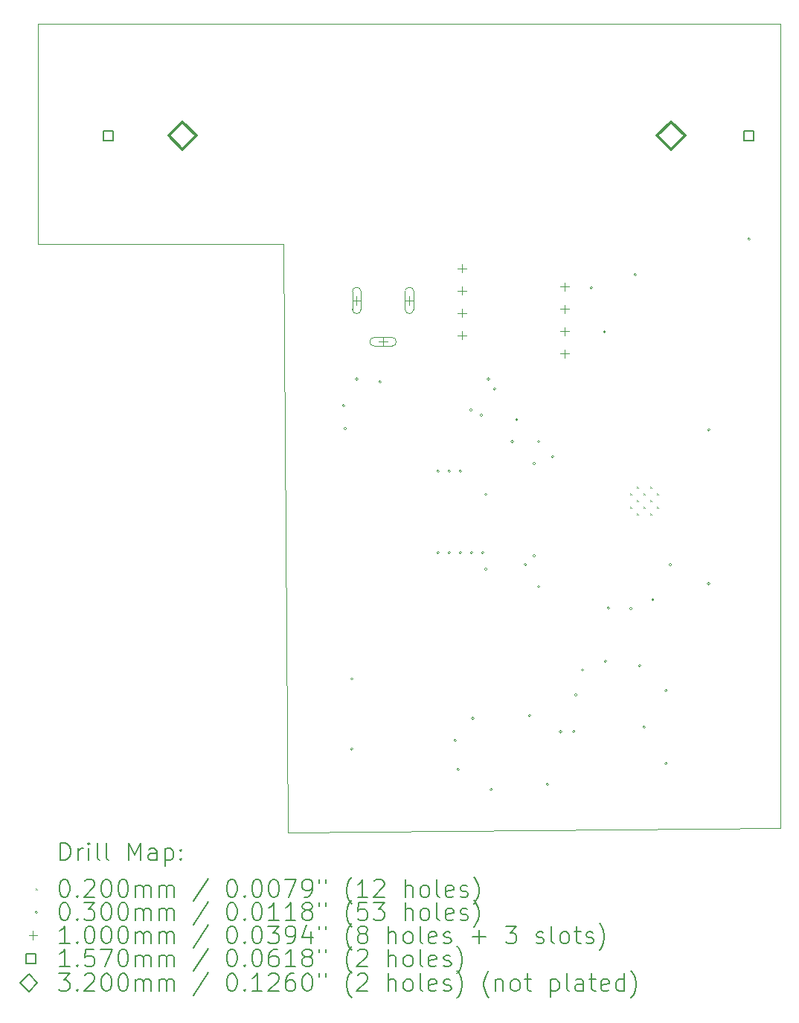
<source format=gbr>
%TF.GenerationSoftware,KiCad,Pcbnew,9.0.6*%
%TF.CreationDate,2026-01-28T16:03:20+00:00*%
%TF.ProjectId,RoomHealthBlackBox,526f6f6d-4865-4616-9c74-68426c61636b,rev?*%
%TF.SameCoordinates,Original*%
%TF.FileFunction,Drillmap*%
%TF.FilePolarity,Positive*%
%FSLAX45Y45*%
G04 Gerber Fmt 4.5, Leading zero omitted, Abs format (unit mm)*
G04 Created by KiCad (PCBNEW 9.0.6) date 2026-01-28 16:03:20*
%MOMM*%
%LPD*%
G01*
G04 APERTURE LIST*
%ADD10C,0.050000*%
%ADD11C,0.200000*%
%ADD12C,0.100000*%
%ADD13C,0.157000*%
%ADD14C,0.320000*%
G04 APERTURE END LIST*
D10*
X18700000Y-16100000D02*
X13100000Y-16150000D01*
X13050000Y-9450000D01*
X10250000Y-9450000D01*
X10250000Y-6950000D01*
X18700000Y-6950000D01*
X18700000Y-16100000D01*
D11*
D12*
X16990000Y-12287500D02*
X17010000Y-12307500D01*
X17010000Y-12287500D02*
X16990000Y-12307500D01*
X16990000Y-12440000D02*
X17010000Y-12460000D01*
X17010000Y-12440000D02*
X16990000Y-12460000D01*
X17066250Y-12211250D02*
X17086250Y-12231250D01*
X17086250Y-12211250D02*
X17066250Y-12231250D01*
X17066250Y-12363750D02*
X17086250Y-12383750D01*
X17086250Y-12363750D02*
X17066250Y-12383750D01*
X17066250Y-12516250D02*
X17086250Y-12536250D01*
X17086250Y-12516250D02*
X17066250Y-12536250D01*
X17142500Y-12287500D02*
X17162500Y-12307500D01*
X17162500Y-12287500D02*
X17142500Y-12307500D01*
X17142500Y-12440000D02*
X17162500Y-12460000D01*
X17162500Y-12440000D02*
X17142500Y-12460000D01*
X17218750Y-12211250D02*
X17238750Y-12231250D01*
X17238750Y-12211250D02*
X17218750Y-12231250D01*
X17218750Y-12363750D02*
X17238750Y-12383750D01*
X17238750Y-12363750D02*
X17218750Y-12383750D01*
X17218750Y-12516250D02*
X17238750Y-12536250D01*
X17238750Y-12516250D02*
X17218750Y-12536250D01*
X17295000Y-12287500D02*
X17315000Y-12307500D01*
X17315000Y-12287500D02*
X17295000Y-12307500D01*
X17295000Y-12440000D02*
X17315000Y-12460000D01*
X17315000Y-12440000D02*
X17295000Y-12460000D01*
X13745100Y-11289284D02*
G75*
G02*
X13715100Y-11289284I-15000J0D01*
G01*
X13715100Y-11289284D02*
G75*
G02*
X13745100Y-11289284I15000J0D01*
G01*
X13765000Y-11550000D02*
G75*
G02*
X13735000Y-11550000I-15000J0D01*
G01*
X13735000Y-11550000D02*
G75*
G02*
X13765000Y-11550000I15000J0D01*
G01*
X13840000Y-14402000D02*
G75*
G02*
X13810000Y-14402000I-15000J0D01*
G01*
X13810000Y-14402000D02*
G75*
G02*
X13840000Y-14402000I15000J0D01*
G01*
X13840000Y-15198000D02*
G75*
G02*
X13810000Y-15198000I-15000J0D01*
G01*
X13810000Y-15198000D02*
G75*
G02*
X13840000Y-15198000I15000J0D01*
G01*
X13895100Y-10989284D02*
G75*
G02*
X13865100Y-10989284I-15000J0D01*
G01*
X13865100Y-10989284D02*
G75*
G02*
X13895100Y-10989284I15000J0D01*
G01*
X14160100Y-11019284D02*
G75*
G02*
X14130100Y-11019284I-15000J0D01*
G01*
X14130100Y-11019284D02*
G75*
G02*
X14160100Y-11019284I15000J0D01*
G01*
X14820500Y-12035000D02*
G75*
G02*
X14790500Y-12035000I-15000J0D01*
G01*
X14790500Y-12035000D02*
G75*
G02*
X14820500Y-12035000I15000J0D01*
G01*
X14820500Y-12965000D02*
G75*
G02*
X14790500Y-12965000I-15000J0D01*
G01*
X14790500Y-12965000D02*
G75*
G02*
X14820500Y-12965000I15000J0D01*
G01*
X14947500Y-12035000D02*
G75*
G02*
X14917500Y-12035000I-15000J0D01*
G01*
X14917500Y-12035000D02*
G75*
G02*
X14947500Y-12035000I15000J0D01*
G01*
X14947500Y-12965000D02*
G75*
G02*
X14917500Y-12965000I-15000J0D01*
G01*
X14917500Y-12965000D02*
G75*
G02*
X14947500Y-12965000I15000J0D01*
G01*
X15015000Y-15100000D02*
G75*
G02*
X14985000Y-15100000I-15000J0D01*
G01*
X14985000Y-15100000D02*
G75*
G02*
X15015000Y-15100000I15000J0D01*
G01*
X15048500Y-15432500D02*
G75*
G02*
X15018500Y-15432500I-15000J0D01*
G01*
X15018500Y-15432500D02*
G75*
G02*
X15048500Y-15432500I15000J0D01*
G01*
X15074500Y-12035000D02*
G75*
G02*
X15044500Y-12035000I-15000J0D01*
G01*
X15044500Y-12035000D02*
G75*
G02*
X15074500Y-12035000I15000J0D01*
G01*
X15074500Y-12965000D02*
G75*
G02*
X15044500Y-12965000I-15000J0D01*
G01*
X15044500Y-12965000D02*
G75*
G02*
X15074500Y-12965000I15000J0D01*
G01*
X15195100Y-11339284D02*
G75*
G02*
X15165100Y-11339284I-15000J0D01*
G01*
X15165100Y-11339284D02*
G75*
G02*
X15195100Y-11339284I15000J0D01*
G01*
X15201500Y-12965000D02*
G75*
G02*
X15171500Y-12965000I-15000J0D01*
G01*
X15171500Y-12965000D02*
G75*
G02*
X15201500Y-12965000I15000J0D01*
G01*
X15215000Y-14850000D02*
G75*
G02*
X15185000Y-14850000I-15000J0D01*
G01*
X15185000Y-14850000D02*
G75*
G02*
X15215000Y-14850000I15000J0D01*
G01*
X15315000Y-11400000D02*
G75*
G02*
X15285000Y-11400000I-15000J0D01*
G01*
X15285000Y-11400000D02*
G75*
G02*
X15315000Y-11400000I15000J0D01*
G01*
X15328500Y-12965000D02*
G75*
G02*
X15298500Y-12965000I-15000J0D01*
G01*
X15298500Y-12965000D02*
G75*
G02*
X15328500Y-12965000I15000J0D01*
G01*
X15365000Y-12300000D02*
G75*
G02*
X15335000Y-12300000I-15000J0D01*
G01*
X15335000Y-12300000D02*
G75*
G02*
X15365000Y-12300000I15000J0D01*
G01*
X15365000Y-13150000D02*
G75*
G02*
X15335000Y-13150000I-15000J0D01*
G01*
X15335000Y-13150000D02*
G75*
G02*
X15365000Y-13150000I15000J0D01*
G01*
X15395100Y-10989284D02*
G75*
G02*
X15365100Y-10989284I-15000J0D01*
G01*
X15365100Y-10989284D02*
G75*
G02*
X15395100Y-10989284I15000J0D01*
G01*
X15425100Y-15660100D02*
G75*
G02*
X15395100Y-15660100I-15000J0D01*
G01*
X15395100Y-15660100D02*
G75*
G02*
X15425100Y-15660100I15000J0D01*
G01*
X15465000Y-11100000D02*
G75*
G02*
X15435000Y-11100000I-15000J0D01*
G01*
X15435000Y-11100000D02*
G75*
G02*
X15465000Y-11100000I15000J0D01*
G01*
X15665000Y-11700000D02*
G75*
G02*
X15635000Y-11700000I-15000J0D01*
G01*
X15635000Y-11700000D02*
G75*
G02*
X15665000Y-11700000I15000J0D01*
G01*
X15715000Y-11450000D02*
G75*
G02*
X15685000Y-11450000I-15000J0D01*
G01*
X15685000Y-11450000D02*
G75*
G02*
X15715000Y-11450000I15000J0D01*
G01*
X15815000Y-13100000D02*
G75*
G02*
X15785000Y-13100000I-15000J0D01*
G01*
X15785000Y-13100000D02*
G75*
G02*
X15815000Y-13100000I15000J0D01*
G01*
X15862000Y-14817500D02*
G75*
G02*
X15832000Y-14817500I-15000J0D01*
G01*
X15832000Y-14817500D02*
G75*
G02*
X15862000Y-14817500I15000J0D01*
G01*
X15915000Y-11950000D02*
G75*
G02*
X15885000Y-11950000I-15000J0D01*
G01*
X15885000Y-11950000D02*
G75*
G02*
X15915000Y-11950000I15000J0D01*
G01*
X15915000Y-13000000D02*
G75*
G02*
X15885000Y-13000000I-15000J0D01*
G01*
X15885000Y-13000000D02*
G75*
G02*
X15915000Y-13000000I15000J0D01*
G01*
X15965000Y-11700000D02*
G75*
G02*
X15935000Y-11700000I-15000J0D01*
G01*
X15935000Y-11700000D02*
G75*
G02*
X15965000Y-11700000I15000J0D01*
G01*
X15965000Y-13350000D02*
G75*
G02*
X15935000Y-13350000I-15000J0D01*
G01*
X15935000Y-13350000D02*
G75*
G02*
X15965000Y-13350000I15000J0D01*
G01*
X16065000Y-15600000D02*
G75*
G02*
X16035000Y-15600000I-15000J0D01*
G01*
X16035000Y-15600000D02*
G75*
G02*
X16065000Y-15600000I15000J0D01*
G01*
X16125500Y-11870750D02*
G75*
G02*
X16095500Y-11870750I-15000J0D01*
G01*
X16095500Y-11870750D02*
G75*
G02*
X16125500Y-11870750I15000J0D01*
G01*
X16215000Y-15000000D02*
G75*
G02*
X16185000Y-15000000I-15000J0D01*
G01*
X16185000Y-15000000D02*
G75*
G02*
X16215000Y-15000000I15000J0D01*
G01*
X16365000Y-15000000D02*
G75*
G02*
X16335000Y-15000000I-15000J0D01*
G01*
X16335000Y-15000000D02*
G75*
G02*
X16365000Y-15000000I15000J0D01*
G01*
X16390000Y-14582500D02*
G75*
G02*
X16360000Y-14582500I-15000J0D01*
G01*
X16360000Y-14582500D02*
G75*
G02*
X16390000Y-14582500I15000J0D01*
G01*
X16465000Y-14300000D02*
G75*
G02*
X16435000Y-14300000I-15000J0D01*
G01*
X16435000Y-14300000D02*
G75*
G02*
X16465000Y-14300000I15000J0D01*
G01*
X16565000Y-9950000D02*
G75*
G02*
X16535000Y-9950000I-15000J0D01*
G01*
X16535000Y-9950000D02*
G75*
G02*
X16565000Y-9950000I15000J0D01*
G01*
X16715000Y-10450000D02*
G75*
G02*
X16685000Y-10450000I-15000J0D01*
G01*
X16685000Y-10450000D02*
G75*
G02*
X16715000Y-10450000I15000J0D01*
G01*
X16725100Y-14200000D02*
G75*
G02*
X16695100Y-14200000I-15000J0D01*
G01*
X16695100Y-14200000D02*
G75*
G02*
X16725100Y-14200000I15000J0D01*
G01*
X16758500Y-13593500D02*
G75*
G02*
X16728500Y-13593500I-15000J0D01*
G01*
X16728500Y-13593500D02*
G75*
G02*
X16758500Y-13593500I15000J0D01*
G01*
X17015000Y-13600000D02*
G75*
G02*
X16985000Y-13600000I-15000J0D01*
G01*
X16985000Y-13600000D02*
G75*
G02*
X17015000Y-13600000I15000J0D01*
G01*
X17065000Y-9800000D02*
G75*
G02*
X17035000Y-9800000I-15000J0D01*
G01*
X17035000Y-9800000D02*
G75*
G02*
X17065000Y-9800000I15000J0D01*
G01*
X17115000Y-14250000D02*
G75*
G02*
X17085000Y-14250000I-15000J0D01*
G01*
X17085000Y-14250000D02*
G75*
G02*
X17115000Y-14250000I15000J0D01*
G01*
X17165500Y-14950000D02*
G75*
G02*
X17135500Y-14950000I-15000J0D01*
G01*
X17135500Y-14950000D02*
G75*
G02*
X17165500Y-14950000I15000J0D01*
G01*
X17265000Y-13500000D02*
G75*
G02*
X17235000Y-13500000I-15000J0D01*
G01*
X17235000Y-13500000D02*
G75*
G02*
X17265000Y-13500000I15000J0D01*
G01*
X17415500Y-14535000D02*
G75*
G02*
X17385500Y-14535000I-15000J0D01*
G01*
X17385500Y-14535000D02*
G75*
G02*
X17415500Y-14535000I15000J0D01*
G01*
X17415500Y-15365000D02*
G75*
G02*
X17385500Y-15365000I-15000J0D01*
G01*
X17385500Y-15365000D02*
G75*
G02*
X17415500Y-15365000I15000J0D01*
G01*
X17465000Y-13100000D02*
G75*
G02*
X17435000Y-13100000I-15000J0D01*
G01*
X17435000Y-13100000D02*
G75*
G02*
X17465000Y-13100000I15000J0D01*
G01*
X17901500Y-11566750D02*
G75*
G02*
X17871500Y-11566750I-15000J0D01*
G01*
X17871500Y-11566750D02*
G75*
G02*
X17901500Y-11566750I15000J0D01*
G01*
X17901500Y-13316750D02*
G75*
G02*
X17871500Y-13316750I-15000J0D01*
G01*
X17871500Y-13316750D02*
G75*
G02*
X17901500Y-13316750I15000J0D01*
G01*
X18359500Y-9394500D02*
G75*
G02*
X18329500Y-9394500I-15000J0D01*
G01*
X18329500Y-9394500D02*
G75*
G02*
X18359500Y-9394500I15000J0D01*
G01*
X13880100Y-10043534D02*
X13880100Y-10143534D01*
X13830100Y-10093534D02*
X13930100Y-10093534D01*
X13830100Y-9993534D02*
X13830100Y-10193534D01*
X13930100Y-10193534D02*
G75*
G02*
X13830100Y-10193534I-50000J0D01*
G01*
X13930100Y-10193534D02*
X13930100Y-9993534D01*
X13930100Y-9993534D02*
G75*
G03*
X13830100Y-9993534I-50000J0D01*
G01*
X14180100Y-10513534D02*
X14180100Y-10613534D01*
X14130100Y-10563534D02*
X14230100Y-10563534D01*
X14080100Y-10613534D02*
X14280100Y-10613534D01*
X14280100Y-10513534D02*
G75*
G02*
X14280100Y-10613534I0J-50000D01*
G01*
X14280100Y-10513534D02*
X14080100Y-10513534D01*
X14080100Y-10513534D02*
G75*
G03*
X14080100Y-10613534I0J-50000D01*
G01*
X14480100Y-10043534D02*
X14480100Y-10143534D01*
X14430100Y-10093534D02*
X14530100Y-10093534D01*
X14430100Y-9993534D02*
X14430100Y-10193534D01*
X14530100Y-10193534D02*
G75*
G02*
X14430100Y-10193534I-50000J0D01*
G01*
X14530100Y-10193534D02*
X14530100Y-9993534D01*
X14530100Y-9993534D02*
G75*
G03*
X14430100Y-9993534I-50000J0D01*
G01*
X15080100Y-9677284D02*
X15080100Y-9777284D01*
X15030100Y-9727284D02*
X15130100Y-9727284D01*
X15080100Y-9931284D02*
X15080100Y-10031284D01*
X15030100Y-9981284D02*
X15130100Y-9981284D01*
X15080100Y-10185284D02*
X15080100Y-10285284D01*
X15030100Y-10235284D02*
X15130100Y-10235284D01*
X15080100Y-10439284D02*
X15080100Y-10539284D01*
X15030100Y-10489284D02*
X15130100Y-10489284D01*
X16250000Y-9888000D02*
X16250000Y-9988000D01*
X16200000Y-9938000D02*
X16300000Y-9938000D01*
X16250000Y-10142000D02*
X16250000Y-10242000D01*
X16200000Y-10192000D02*
X16300000Y-10192000D01*
X16250000Y-10396000D02*
X16250000Y-10496000D01*
X16200000Y-10446000D02*
X16300000Y-10446000D01*
X16250000Y-10650000D02*
X16250000Y-10750000D01*
X16200000Y-10700000D02*
X16300000Y-10700000D01*
D13*
X11110008Y-8275508D02*
X11110008Y-8164492D01*
X10998992Y-8164492D01*
X10998992Y-8275508D01*
X11110008Y-8275508D01*
X18400008Y-8275508D02*
X18400008Y-8164492D01*
X18288992Y-8164492D01*
X18288992Y-8275508D01*
X18400008Y-8275508D01*
D14*
X11899000Y-8380000D02*
X12059000Y-8220000D01*
X11899000Y-8060000D01*
X11739000Y-8220000D01*
X11899000Y-8380000D01*
X17460000Y-8380000D02*
X17620000Y-8220000D01*
X17460000Y-8060000D01*
X17300000Y-8220000D01*
X17460000Y-8380000D01*
D11*
X10508277Y-16463984D02*
X10508277Y-16263984D01*
X10508277Y-16263984D02*
X10555896Y-16263984D01*
X10555896Y-16263984D02*
X10584467Y-16273508D01*
X10584467Y-16273508D02*
X10603515Y-16292555D01*
X10603515Y-16292555D02*
X10613039Y-16311603D01*
X10613039Y-16311603D02*
X10622563Y-16349698D01*
X10622563Y-16349698D02*
X10622563Y-16378269D01*
X10622563Y-16378269D02*
X10613039Y-16416365D01*
X10613039Y-16416365D02*
X10603515Y-16435412D01*
X10603515Y-16435412D02*
X10584467Y-16454460D01*
X10584467Y-16454460D02*
X10555896Y-16463984D01*
X10555896Y-16463984D02*
X10508277Y-16463984D01*
X10708277Y-16463984D02*
X10708277Y-16330650D01*
X10708277Y-16368746D02*
X10717801Y-16349698D01*
X10717801Y-16349698D02*
X10727324Y-16340174D01*
X10727324Y-16340174D02*
X10746372Y-16330650D01*
X10746372Y-16330650D02*
X10765420Y-16330650D01*
X10832086Y-16463984D02*
X10832086Y-16330650D01*
X10832086Y-16263984D02*
X10822563Y-16273508D01*
X10822563Y-16273508D02*
X10832086Y-16283031D01*
X10832086Y-16283031D02*
X10841610Y-16273508D01*
X10841610Y-16273508D02*
X10832086Y-16263984D01*
X10832086Y-16263984D02*
X10832086Y-16283031D01*
X10955896Y-16463984D02*
X10936848Y-16454460D01*
X10936848Y-16454460D02*
X10927324Y-16435412D01*
X10927324Y-16435412D02*
X10927324Y-16263984D01*
X11060658Y-16463984D02*
X11041610Y-16454460D01*
X11041610Y-16454460D02*
X11032086Y-16435412D01*
X11032086Y-16435412D02*
X11032086Y-16263984D01*
X11289229Y-16463984D02*
X11289229Y-16263984D01*
X11289229Y-16263984D02*
X11355896Y-16406841D01*
X11355896Y-16406841D02*
X11422562Y-16263984D01*
X11422562Y-16263984D02*
X11422562Y-16463984D01*
X11603515Y-16463984D02*
X11603515Y-16359222D01*
X11603515Y-16359222D02*
X11593991Y-16340174D01*
X11593991Y-16340174D02*
X11574943Y-16330650D01*
X11574943Y-16330650D02*
X11536848Y-16330650D01*
X11536848Y-16330650D02*
X11517801Y-16340174D01*
X11603515Y-16454460D02*
X11584467Y-16463984D01*
X11584467Y-16463984D02*
X11536848Y-16463984D01*
X11536848Y-16463984D02*
X11517801Y-16454460D01*
X11517801Y-16454460D02*
X11508277Y-16435412D01*
X11508277Y-16435412D02*
X11508277Y-16416365D01*
X11508277Y-16416365D02*
X11517801Y-16397317D01*
X11517801Y-16397317D02*
X11536848Y-16387793D01*
X11536848Y-16387793D02*
X11584467Y-16387793D01*
X11584467Y-16387793D02*
X11603515Y-16378269D01*
X11698753Y-16330650D02*
X11698753Y-16530650D01*
X11698753Y-16340174D02*
X11717801Y-16330650D01*
X11717801Y-16330650D02*
X11755896Y-16330650D01*
X11755896Y-16330650D02*
X11774943Y-16340174D01*
X11774943Y-16340174D02*
X11784467Y-16349698D01*
X11784467Y-16349698D02*
X11793991Y-16368746D01*
X11793991Y-16368746D02*
X11793991Y-16425888D01*
X11793991Y-16425888D02*
X11784467Y-16444936D01*
X11784467Y-16444936D02*
X11774943Y-16454460D01*
X11774943Y-16454460D02*
X11755896Y-16463984D01*
X11755896Y-16463984D02*
X11717801Y-16463984D01*
X11717801Y-16463984D02*
X11698753Y-16454460D01*
X11879705Y-16444936D02*
X11889229Y-16454460D01*
X11889229Y-16454460D02*
X11879705Y-16463984D01*
X11879705Y-16463984D02*
X11870182Y-16454460D01*
X11870182Y-16454460D02*
X11879705Y-16444936D01*
X11879705Y-16444936D02*
X11879705Y-16463984D01*
X11879705Y-16340174D02*
X11889229Y-16349698D01*
X11889229Y-16349698D02*
X11879705Y-16359222D01*
X11879705Y-16359222D02*
X11870182Y-16349698D01*
X11870182Y-16349698D02*
X11879705Y-16340174D01*
X11879705Y-16340174D02*
X11879705Y-16359222D01*
D12*
X10227500Y-16782500D02*
X10247500Y-16802500D01*
X10247500Y-16782500D02*
X10227500Y-16802500D01*
D11*
X10546372Y-16683984D02*
X10565420Y-16683984D01*
X10565420Y-16683984D02*
X10584467Y-16693508D01*
X10584467Y-16693508D02*
X10593991Y-16703031D01*
X10593991Y-16703031D02*
X10603515Y-16722079D01*
X10603515Y-16722079D02*
X10613039Y-16760174D01*
X10613039Y-16760174D02*
X10613039Y-16807793D01*
X10613039Y-16807793D02*
X10603515Y-16845889D01*
X10603515Y-16845889D02*
X10593991Y-16864936D01*
X10593991Y-16864936D02*
X10584467Y-16874460D01*
X10584467Y-16874460D02*
X10565420Y-16883984D01*
X10565420Y-16883984D02*
X10546372Y-16883984D01*
X10546372Y-16883984D02*
X10527324Y-16874460D01*
X10527324Y-16874460D02*
X10517801Y-16864936D01*
X10517801Y-16864936D02*
X10508277Y-16845889D01*
X10508277Y-16845889D02*
X10498753Y-16807793D01*
X10498753Y-16807793D02*
X10498753Y-16760174D01*
X10498753Y-16760174D02*
X10508277Y-16722079D01*
X10508277Y-16722079D02*
X10517801Y-16703031D01*
X10517801Y-16703031D02*
X10527324Y-16693508D01*
X10527324Y-16693508D02*
X10546372Y-16683984D01*
X10698753Y-16864936D02*
X10708277Y-16874460D01*
X10708277Y-16874460D02*
X10698753Y-16883984D01*
X10698753Y-16883984D02*
X10689229Y-16874460D01*
X10689229Y-16874460D02*
X10698753Y-16864936D01*
X10698753Y-16864936D02*
X10698753Y-16883984D01*
X10784467Y-16703031D02*
X10793991Y-16693508D01*
X10793991Y-16693508D02*
X10813039Y-16683984D01*
X10813039Y-16683984D02*
X10860658Y-16683984D01*
X10860658Y-16683984D02*
X10879705Y-16693508D01*
X10879705Y-16693508D02*
X10889229Y-16703031D01*
X10889229Y-16703031D02*
X10898753Y-16722079D01*
X10898753Y-16722079D02*
X10898753Y-16741127D01*
X10898753Y-16741127D02*
X10889229Y-16769698D01*
X10889229Y-16769698D02*
X10774944Y-16883984D01*
X10774944Y-16883984D02*
X10898753Y-16883984D01*
X11022563Y-16683984D02*
X11041610Y-16683984D01*
X11041610Y-16683984D02*
X11060658Y-16693508D01*
X11060658Y-16693508D02*
X11070182Y-16703031D01*
X11070182Y-16703031D02*
X11079705Y-16722079D01*
X11079705Y-16722079D02*
X11089229Y-16760174D01*
X11089229Y-16760174D02*
X11089229Y-16807793D01*
X11089229Y-16807793D02*
X11079705Y-16845889D01*
X11079705Y-16845889D02*
X11070182Y-16864936D01*
X11070182Y-16864936D02*
X11060658Y-16874460D01*
X11060658Y-16874460D02*
X11041610Y-16883984D01*
X11041610Y-16883984D02*
X11022563Y-16883984D01*
X11022563Y-16883984D02*
X11003515Y-16874460D01*
X11003515Y-16874460D02*
X10993991Y-16864936D01*
X10993991Y-16864936D02*
X10984467Y-16845889D01*
X10984467Y-16845889D02*
X10974944Y-16807793D01*
X10974944Y-16807793D02*
X10974944Y-16760174D01*
X10974944Y-16760174D02*
X10984467Y-16722079D01*
X10984467Y-16722079D02*
X10993991Y-16703031D01*
X10993991Y-16703031D02*
X11003515Y-16693508D01*
X11003515Y-16693508D02*
X11022563Y-16683984D01*
X11213039Y-16683984D02*
X11232086Y-16683984D01*
X11232086Y-16683984D02*
X11251134Y-16693508D01*
X11251134Y-16693508D02*
X11260658Y-16703031D01*
X11260658Y-16703031D02*
X11270182Y-16722079D01*
X11270182Y-16722079D02*
X11279705Y-16760174D01*
X11279705Y-16760174D02*
X11279705Y-16807793D01*
X11279705Y-16807793D02*
X11270182Y-16845889D01*
X11270182Y-16845889D02*
X11260658Y-16864936D01*
X11260658Y-16864936D02*
X11251134Y-16874460D01*
X11251134Y-16874460D02*
X11232086Y-16883984D01*
X11232086Y-16883984D02*
X11213039Y-16883984D01*
X11213039Y-16883984D02*
X11193991Y-16874460D01*
X11193991Y-16874460D02*
X11184467Y-16864936D01*
X11184467Y-16864936D02*
X11174944Y-16845889D01*
X11174944Y-16845889D02*
X11165420Y-16807793D01*
X11165420Y-16807793D02*
X11165420Y-16760174D01*
X11165420Y-16760174D02*
X11174944Y-16722079D01*
X11174944Y-16722079D02*
X11184467Y-16703031D01*
X11184467Y-16703031D02*
X11193991Y-16693508D01*
X11193991Y-16693508D02*
X11213039Y-16683984D01*
X11365420Y-16883984D02*
X11365420Y-16750650D01*
X11365420Y-16769698D02*
X11374943Y-16760174D01*
X11374943Y-16760174D02*
X11393991Y-16750650D01*
X11393991Y-16750650D02*
X11422563Y-16750650D01*
X11422563Y-16750650D02*
X11441610Y-16760174D01*
X11441610Y-16760174D02*
X11451134Y-16779222D01*
X11451134Y-16779222D02*
X11451134Y-16883984D01*
X11451134Y-16779222D02*
X11460658Y-16760174D01*
X11460658Y-16760174D02*
X11479705Y-16750650D01*
X11479705Y-16750650D02*
X11508277Y-16750650D01*
X11508277Y-16750650D02*
X11527324Y-16760174D01*
X11527324Y-16760174D02*
X11536848Y-16779222D01*
X11536848Y-16779222D02*
X11536848Y-16883984D01*
X11632086Y-16883984D02*
X11632086Y-16750650D01*
X11632086Y-16769698D02*
X11641610Y-16760174D01*
X11641610Y-16760174D02*
X11660658Y-16750650D01*
X11660658Y-16750650D02*
X11689229Y-16750650D01*
X11689229Y-16750650D02*
X11708277Y-16760174D01*
X11708277Y-16760174D02*
X11717801Y-16779222D01*
X11717801Y-16779222D02*
X11717801Y-16883984D01*
X11717801Y-16779222D02*
X11727324Y-16760174D01*
X11727324Y-16760174D02*
X11746372Y-16750650D01*
X11746372Y-16750650D02*
X11774943Y-16750650D01*
X11774943Y-16750650D02*
X11793991Y-16760174D01*
X11793991Y-16760174D02*
X11803515Y-16779222D01*
X11803515Y-16779222D02*
X11803515Y-16883984D01*
X12193991Y-16674460D02*
X12022563Y-16931603D01*
X12451134Y-16683984D02*
X12470182Y-16683984D01*
X12470182Y-16683984D02*
X12489229Y-16693508D01*
X12489229Y-16693508D02*
X12498753Y-16703031D01*
X12498753Y-16703031D02*
X12508277Y-16722079D01*
X12508277Y-16722079D02*
X12517801Y-16760174D01*
X12517801Y-16760174D02*
X12517801Y-16807793D01*
X12517801Y-16807793D02*
X12508277Y-16845889D01*
X12508277Y-16845889D02*
X12498753Y-16864936D01*
X12498753Y-16864936D02*
X12489229Y-16874460D01*
X12489229Y-16874460D02*
X12470182Y-16883984D01*
X12470182Y-16883984D02*
X12451134Y-16883984D01*
X12451134Y-16883984D02*
X12432086Y-16874460D01*
X12432086Y-16874460D02*
X12422563Y-16864936D01*
X12422563Y-16864936D02*
X12413039Y-16845889D01*
X12413039Y-16845889D02*
X12403515Y-16807793D01*
X12403515Y-16807793D02*
X12403515Y-16760174D01*
X12403515Y-16760174D02*
X12413039Y-16722079D01*
X12413039Y-16722079D02*
X12422563Y-16703031D01*
X12422563Y-16703031D02*
X12432086Y-16693508D01*
X12432086Y-16693508D02*
X12451134Y-16683984D01*
X12603515Y-16864936D02*
X12613039Y-16874460D01*
X12613039Y-16874460D02*
X12603515Y-16883984D01*
X12603515Y-16883984D02*
X12593991Y-16874460D01*
X12593991Y-16874460D02*
X12603515Y-16864936D01*
X12603515Y-16864936D02*
X12603515Y-16883984D01*
X12736848Y-16683984D02*
X12755896Y-16683984D01*
X12755896Y-16683984D02*
X12774944Y-16693508D01*
X12774944Y-16693508D02*
X12784467Y-16703031D01*
X12784467Y-16703031D02*
X12793991Y-16722079D01*
X12793991Y-16722079D02*
X12803515Y-16760174D01*
X12803515Y-16760174D02*
X12803515Y-16807793D01*
X12803515Y-16807793D02*
X12793991Y-16845889D01*
X12793991Y-16845889D02*
X12784467Y-16864936D01*
X12784467Y-16864936D02*
X12774944Y-16874460D01*
X12774944Y-16874460D02*
X12755896Y-16883984D01*
X12755896Y-16883984D02*
X12736848Y-16883984D01*
X12736848Y-16883984D02*
X12717801Y-16874460D01*
X12717801Y-16874460D02*
X12708277Y-16864936D01*
X12708277Y-16864936D02*
X12698753Y-16845889D01*
X12698753Y-16845889D02*
X12689229Y-16807793D01*
X12689229Y-16807793D02*
X12689229Y-16760174D01*
X12689229Y-16760174D02*
X12698753Y-16722079D01*
X12698753Y-16722079D02*
X12708277Y-16703031D01*
X12708277Y-16703031D02*
X12717801Y-16693508D01*
X12717801Y-16693508D02*
X12736848Y-16683984D01*
X12927325Y-16683984D02*
X12946372Y-16683984D01*
X12946372Y-16683984D02*
X12965420Y-16693508D01*
X12965420Y-16693508D02*
X12974944Y-16703031D01*
X12974944Y-16703031D02*
X12984467Y-16722079D01*
X12984467Y-16722079D02*
X12993991Y-16760174D01*
X12993991Y-16760174D02*
X12993991Y-16807793D01*
X12993991Y-16807793D02*
X12984467Y-16845889D01*
X12984467Y-16845889D02*
X12974944Y-16864936D01*
X12974944Y-16864936D02*
X12965420Y-16874460D01*
X12965420Y-16874460D02*
X12946372Y-16883984D01*
X12946372Y-16883984D02*
X12927325Y-16883984D01*
X12927325Y-16883984D02*
X12908277Y-16874460D01*
X12908277Y-16874460D02*
X12898753Y-16864936D01*
X12898753Y-16864936D02*
X12889229Y-16845889D01*
X12889229Y-16845889D02*
X12879706Y-16807793D01*
X12879706Y-16807793D02*
X12879706Y-16760174D01*
X12879706Y-16760174D02*
X12889229Y-16722079D01*
X12889229Y-16722079D02*
X12898753Y-16703031D01*
X12898753Y-16703031D02*
X12908277Y-16693508D01*
X12908277Y-16693508D02*
X12927325Y-16683984D01*
X13060658Y-16683984D02*
X13193991Y-16683984D01*
X13193991Y-16683984D02*
X13108277Y-16883984D01*
X13279706Y-16883984D02*
X13317801Y-16883984D01*
X13317801Y-16883984D02*
X13336848Y-16874460D01*
X13336848Y-16874460D02*
X13346372Y-16864936D01*
X13346372Y-16864936D02*
X13365420Y-16836365D01*
X13365420Y-16836365D02*
X13374944Y-16798270D01*
X13374944Y-16798270D02*
X13374944Y-16722079D01*
X13374944Y-16722079D02*
X13365420Y-16703031D01*
X13365420Y-16703031D02*
X13355896Y-16693508D01*
X13355896Y-16693508D02*
X13336848Y-16683984D01*
X13336848Y-16683984D02*
X13298753Y-16683984D01*
X13298753Y-16683984D02*
X13279706Y-16693508D01*
X13279706Y-16693508D02*
X13270182Y-16703031D01*
X13270182Y-16703031D02*
X13260658Y-16722079D01*
X13260658Y-16722079D02*
X13260658Y-16769698D01*
X13260658Y-16769698D02*
X13270182Y-16788746D01*
X13270182Y-16788746D02*
X13279706Y-16798270D01*
X13279706Y-16798270D02*
X13298753Y-16807793D01*
X13298753Y-16807793D02*
X13336848Y-16807793D01*
X13336848Y-16807793D02*
X13355896Y-16798270D01*
X13355896Y-16798270D02*
X13365420Y-16788746D01*
X13365420Y-16788746D02*
X13374944Y-16769698D01*
X13451134Y-16683984D02*
X13451134Y-16722079D01*
X13527325Y-16683984D02*
X13527325Y-16722079D01*
X13822563Y-16960174D02*
X13813039Y-16950650D01*
X13813039Y-16950650D02*
X13793991Y-16922079D01*
X13793991Y-16922079D02*
X13784468Y-16903031D01*
X13784468Y-16903031D02*
X13774944Y-16874460D01*
X13774944Y-16874460D02*
X13765420Y-16826841D01*
X13765420Y-16826841D02*
X13765420Y-16788746D01*
X13765420Y-16788746D02*
X13774944Y-16741127D01*
X13774944Y-16741127D02*
X13784468Y-16712555D01*
X13784468Y-16712555D02*
X13793991Y-16693508D01*
X13793991Y-16693508D02*
X13813039Y-16664936D01*
X13813039Y-16664936D02*
X13822563Y-16655412D01*
X14003515Y-16883984D02*
X13889229Y-16883984D01*
X13946372Y-16883984D02*
X13946372Y-16683984D01*
X13946372Y-16683984D02*
X13927325Y-16712555D01*
X13927325Y-16712555D02*
X13908277Y-16731603D01*
X13908277Y-16731603D02*
X13889229Y-16741127D01*
X14079706Y-16703031D02*
X14089229Y-16693508D01*
X14089229Y-16693508D02*
X14108277Y-16683984D01*
X14108277Y-16683984D02*
X14155896Y-16683984D01*
X14155896Y-16683984D02*
X14174944Y-16693508D01*
X14174944Y-16693508D02*
X14184468Y-16703031D01*
X14184468Y-16703031D02*
X14193991Y-16722079D01*
X14193991Y-16722079D02*
X14193991Y-16741127D01*
X14193991Y-16741127D02*
X14184468Y-16769698D01*
X14184468Y-16769698D02*
X14070182Y-16883984D01*
X14070182Y-16883984D02*
X14193991Y-16883984D01*
X14432087Y-16883984D02*
X14432087Y-16683984D01*
X14517801Y-16883984D02*
X14517801Y-16779222D01*
X14517801Y-16779222D02*
X14508277Y-16760174D01*
X14508277Y-16760174D02*
X14489230Y-16750650D01*
X14489230Y-16750650D02*
X14460658Y-16750650D01*
X14460658Y-16750650D02*
X14441610Y-16760174D01*
X14441610Y-16760174D02*
X14432087Y-16769698D01*
X14641610Y-16883984D02*
X14622563Y-16874460D01*
X14622563Y-16874460D02*
X14613039Y-16864936D01*
X14613039Y-16864936D02*
X14603515Y-16845889D01*
X14603515Y-16845889D02*
X14603515Y-16788746D01*
X14603515Y-16788746D02*
X14613039Y-16769698D01*
X14613039Y-16769698D02*
X14622563Y-16760174D01*
X14622563Y-16760174D02*
X14641610Y-16750650D01*
X14641610Y-16750650D02*
X14670182Y-16750650D01*
X14670182Y-16750650D02*
X14689230Y-16760174D01*
X14689230Y-16760174D02*
X14698753Y-16769698D01*
X14698753Y-16769698D02*
X14708277Y-16788746D01*
X14708277Y-16788746D02*
X14708277Y-16845889D01*
X14708277Y-16845889D02*
X14698753Y-16864936D01*
X14698753Y-16864936D02*
X14689230Y-16874460D01*
X14689230Y-16874460D02*
X14670182Y-16883984D01*
X14670182Y-16883984D02*
X14641610Y-16883984D01*
X14822563Y-16883984D02*
X14803515Y-16874460D01*
X14803515Y-16874460D02*
X14793991Y-16855412D01*
X14793991Y-16855412D02*
X14793991Y-16683984D01*
X14974944Y-16874460D02*
X14955896Y-16883984D01*
X14955896Y-16883984D02*
X14917801Y-16883984D01*
X14917801Y-16883984D02*
X14898753Y-16874460D01*
X14898753Y-16874460D02*
X14889230Y-16855412D01*
X14889230Y-16855412D02*
X14889230Y-16779222D01*
X14889230Y-16779222D02*
X14898753Y-16760174D01*
X14898753Y-16760174D02*
X14917801Y-16750650D01*
X14917801Y-16750650D02*
X14955896Y-16750650D01*
X14955896Y-16750650D02*
X14974944Y-16760174D01*
X14974944Y-16760174D02*
X14984468Y-16779222D01*
X14984468Y-16779222D02*
X14984468Y-16798270D01*
X14984468Y-16798270D02*
X14889230Y-16817317D01*
X15060658Y-16874460D02*
X15079706Y-16883984D01*
X15079706Y-16883984D02*
X15117801Y-16883984D01*
X15117801Y-16883984D02*
X15136849Y-16874460D01*
X15136849Y-16874460D02*
X15146372Y-16855412D01*
X15146372Y-16855412D02*
X15146372Y-16845889D01*
X15146372Y-16845889D02*
X15136849Y-16826841D01*
X15136849Y-16826841D02*
X15117801Y-16817317D01*
X15117801Y-16817317D02*
X15089230Y-16817317D01*
X15089230Y-16817317D02*
X15070182Y-16807793D01*
X15070182Y-16807793D02*
X15060658Y-16788746D01*
X15060658Y-16788746D02*
X15060658Y-16779222D01*
X15060658Y-16779222D02*
X15070182Y-16760174D01*
X15070182Y-16760174D02*
X15089230Y-16750650D01*
X15089230Y-16750650D02*
X15117801Y-16750650D01*
X15117801Y-16750650D02*
X15136849Y-16760174D01*
X15213039Y-16960174D02*
X15222563Y-16950650D01*
X15222563Y-16950650D02*
X15241611Y-16922079D01*
X15241611Y-16922079D02*
X15251134Y-16903031D01*
X15251134Y-16903031D02*
X15260658Y-16874460D01*
X15260658Y-16874460D02*
X15270182Y-16826841D01*
X15270182Y-16826841D02*
X15270182Y-16788746D01*
X15270182Y-16788746D02*
X15260658Y-16741127D01*
X15260658Y-16741127D02*
X15251134Y-16712555D01*
X15251134Y-16712555D02*
X15241611Y-16693508D01*
X15241611Y-16693508D02*
X15222563Y-16664936D01*
X15222563Y-16664936D02*
X15213039Y-16655412D01*
D12*
X10247500Y-17056500D02*
G75*
G02*
X10217500Y-17056500I-15000J0D01*
G01*
X10217500Y-17056500D02*
G75*
G02*
X10247500Y-17056500I15000J0D01*
G01*
D11*
X10546372Y-16947984D02*
X10565420Y-16947984D01*
X10565420Y-16947984D02*
X10584467Y-16957508D01*
X10584467Y-16957508D02*
X10593991Y-16967031D01*
X10593991Y-16967031D02*
X10603515Y-16986079D01*
X10603515Y-16986079D02*
X10613039Y-17024174D01*
X10613039Y-17024174D02*
X10613039Y-17071793D01*
X10613039Y-17071793D02*
X10603515Y-17109889D01*
X10603515Y-17109889D02*
X10593991Y-17128936D01*
X10593991Y-17128936D02*
X10584467Y-17138460D01*
X10584467Y-17138460D02*
X10565420Y-17147984D01*
X10565420Y-17147984D02*
X10546372Y-17147984D01*
X10546372Y-17147984D02*
X10527324Y-17138460D01*
X10527324Y-17138460D02*
X10517801Y-17128936D01*
X10517801Y-17128936D02*
X10508277Y-17109889D01*
X10508277Y-17109889D02*
X10498753Y-17071793D01*
X10498753Y-17071793D02*
X10498753Y-17024174D01*
X10498753Y-17024174D02*
X10508277Y-16986079D01*
X10508277Y-16986079D02*
X10517801Y-16967031D01*
X10517801Y-16967031D02*
X10527324Y-16957508D01*
X10527324Y-16957508D02*
X10546372Y-16947984D01*
X10698753Y-17128936D02*
X10708277Y-17138460D01*
X10708277Y-17138460D02*
X10698753Y-17147984D01*
X10698753Y-17147984D02*
X10689229Y-17138460D01*
X10689229Y-17138460D02*
X10698753Y-17128936D01*
X10698753Y-17128936D02*
X10698753Y-17147984D01*
X10774944Y-16947984D02*
X10898753Y-16947984D01*
X10898753Y-16947984D02*
X10832086Y-17024174D01*
X10832086Y-17024174D02*
X10860658Y-17024174D01*
X10860658Y-17024174D02*
X10879705Y-17033698D01*
X10879705Y-17033698D02*
X10889229Y-17043222D01*
X10889229Y-17043222D02*
X10898753Y-17062270D01*
X10898753Y-17062270D02*
X10898753Y-17109889D01*
X10898753Y-17109889D02*
X10889229Y-17128936D01*
X10889229Y-17128936D02*
X10879705Y-17138460D01*
X10879705Y-17138460D02*
X10860658Y-17147984D01*
X10860658Y-17147984D02*
X10803515Y-17147984D01*
X10803515Y-17147984D02*
X10784467Y-17138460D01*
X10784467Y-17138460D02*
X10774944Y-17128936D01*
X11022563Y-16947984D02*
X11041610Y-16947984D01*
X11041610Y-16947984D02*
X11060658Y-16957508D01*
X11060658Y-16957508D02*
X11070182Y-16967031D01*
X11070182Y-16967031D02*
X11079705Y-16986079D01*
X11079705Y-16986079D02*
X11089229Y-17024174D01*
X11089229Y-17024174D02*
X11089229Y-17071793D01*
X11089229Y-17071793D02*
X11079705Y-17109889D01*
X11079705Y-17109889D02*
X11070182Y-17128936D01*
X11070182Y-17128936D02*
X11060658Y-17138460D01*
X11060658Y-17138460D02*
X11041610Y-17147984D01*
X11041610Y-17147984D02*
X11022563Y-17147984D01*
X11022563Y-17147984D02*
X11003515Y-17138460D01*
X11003515Y-17138460D02*
X10993991Y-17128936D01*
X10993991Y-17128936D02*
X10984467Y-17109889D01*
X10984467Y-17109889D02*
X10974944Y-17071793D01*
X10974944Y-17071793D02*
X10974944Y-17024174D01*
X10974944Y-17024174D02*
X10984467Y-16986079D01*
X10984467Y-16986079D02*
X10993991Y-16967031D01*
X10993991Y-16967031D02*
X11003515Y-16957508D01*
X11003515Y-16957508D02*
X11022563Y-16947984D01*
X11213039Y-16947984D02*
X11232086Y-16947984D01*
X11232086Y-16947984D02*
X11251134Y-16957508D01*
X11251134Y-16957508D02*
X11260658Y-16967031D01*
X11260658Y-16967031D02*
X11270182Y-16986079D01*
X11270182Y-16986079D02*
X11279705Y-17024174D01*
X11279705Y-17024174D02*
X11279705Y-17071793D01*
X11279705Y-17071793D02*
X11270182Y-17109889D01*
X11270182Y-17109889D02*
X11260658Y-17128936D01*
X11260658Y-17128936D02*
X11251134Y-17138460D01*
X11251134Y-17138460D02*
X11232086Y-17147984D01*
X11232086Y-17147984D02*
X11213039Y-17147984D01*
X11213039Y-17147984D02*
X11193991Y-17138460D01*
X11193991Y-17138460D02*
X11184467Y-17128936D01*
X11184467Y-17128936D02*
X11174944Y-17109889D01*
X11174944Y-17109889D02*
X11165420Y-17071793D01*
X11165420Y-17071793D02*
X11165420Y-17024174D01*
X11165420Y-17024174D02*
X11174944Y-16986079D01*
X11174944Y-16986079D02*
X11184467Y-16967031D01*
X11184467Y-16967031D02*
X11193991Y-16957508D01*
X11193991Y-16957508D02*
X11213039Y-16947984D01*
X11365420Y-17147984D02*
X11365420Y-17014650D01*
X11365420Y-17033698D02*
X11374943Y-17024174D01*
X11374943Y-17024174D02*
X11393991Y-17014650D01*
X11393991Y-17014650D02*
X11422563Y-17014650D01*
X11422563Y-17014650D02*
X11441610Y-17024174D01*
X11441610Y-17024174D02*
X11451134Y-17043222D01*
X11451134Y-17043222D02*
X11451134Y-17147984D01*
X11451134Y-17043222D02*
X11460658Y-17024174D01*
X11460658Y-17024174D02*
X11479705Y-17014650D01*
X11479705Y-17014650D02*
X11508277Y-17014650D01*
X11508277Y-17014650D02*
X11527324Y-17024174D01*
X11527324Y-17024174D02*
X11536848Y-17043222D01*
X11536848Y-17043222D02*
X11536848Y-17147984D01*
X11632086Y-17147984D02*
X11632086Y-17014650D01*
X11632086Y-17033698D02*
X11641610Y-17024174D01*
X11641610Y-17024174D02*
X11660658Y-17014650D01*
X11660658Y-17014650D02*
X11689229Y-17014650D01*
X11689229Y-17014650D02*
X11708277Y-17024174D01*
X11708277Y-17024174D02*
X11717801Y-17043222D01*
X11717801Y-17043222D02*
X11717801Y-17147984D01*
X11717801Y-17043222D02*
X11727324Y-17024174D01*
X11727324Y-17024174D02*
X11746372Y-17014650D01*
X11746372Y-17014650D02*
X11774943Y-17014650D01*
X11774943Y-17014650D02*
X11793991Y-17024174D01*
X11793991Y-17024174D02*
X11803515Y-17043222D01*
X11803515Y-17043222D02*
X11803515Y-17147984D01*
X12193991Y-16938460D02*
X12022563Y-17195603D01*
X12451134Y-16947984D02*
X12470182Y-16947984D01*
X12470182Y-16947984D02*
X12489229Y-16957508D01*
X12489229Y-16957508D02*
X12498753Y-16967031D01*
X12498753Y-16967031D02*
X12508277Y-16986079D01*
X12508277Y-16986079D02*
X12517801Y-17024174D01*
X12517801Y-17024174D02*
X12517801Y-17071793D01*
X12517801Y-17071793D02*
X12508277Y-17109889D01*
X12508277Y-17109889D02*
X12498753Y-17128936D01*
X12498753Y-17128936D02*
X12489229Y-17138460D01*
X12489229Y-17138460D02*
X12470182Y-17147984D01*
X12470182Y-17147984D02*
X12451134Y-17147984D01*
X12451134Y-17147984D02*
X12432086Y-17138460D01*
X12432086Y-17138460D02*
X12422563Y-17128936D01*
X12422563Y-17128936D02*
X12413039Y-17109889D01*
X12413039Y-17109889D02*
X12403515Y-17071793D01*
X12403515Y-17071793D02*
X12403515Y-17024174D01*
X12403515Y-17024174D02*
X12413039Y-16986079D01*
X12413039Y-16986079D02*
X12422563Y-16967031D01*
X12422563Y-16967031D02*
X12432086Y-16957508D01*
X12432086Y-16957508D02*
X12451134Y-16947984D01*
X12603515Y-17128936D02*
X12613039Y-17138460D01*
X12613039Y-17138460D02*
X12603515Y-17147984D01*
X12603515Y-17147984D02*
X12593991Y-17138460D01*
X12593991Y-17138460D02*
X12603515Y-17128936D01*
X12603515Y-17128936D02*
X12603515Y-17147984D01*
X12736848Y-16947984D02*
X12755896Y-16947984D01*
X12755896Y-16947984D02*
X12774944Y-16957508D01*
X12774944Y-16957508D02*
X12784467Y-16967031D01*
X12784467Y-16967031D02*
X12793991Y-16986079D01*
X12793991Y-16986079D02*
X12803515Y-17024174D01*
X12803515Y-17024174D02*
X12803515Y-17071793D01*
X12803515Y-17071793D02*
X12793991Y-17109889D01*
X12793991Y-17109889D02*
X12784467Y-17128936D01*
X12784467Y-17128936D02*
X12774944Y-17138460D01*
X12774944Y-17138460D02*
X12755896Y-17147984D01*
X12755896Y-17147984D02*
X12736848Y-17147984D01*
X12736848Y-17147984D02*
X12717801Y-17138460D01*
X12717801Y-17138460D02*
X12708277Y-17128936D01*
X12708277Y-17128936D02*
X12698753Y-17109889D01*
X12698753Y-17109889D02*
X12689229Y-17071793D01*
X12689229Y-17071793D02*
X12689229Y-17024174D01*
X12689229Y-17024174D02*
X12698753Y-16986079D01*
X12698753Y-16986079D02*
X12708277Y-16967031D01*
X12708277Y-16967031D02*
X12717801Y-16957508D01*
X12717801Y-16957508D02*
X12736848Y-16947984D01*
X12993991Y-17147984D02*
X12879706Y-17147984D01*
X12936848Y-17147984D02*
X12936848Y-16947984D01*
X12936848Y-16947984D02*
X12917801Y-16976555D01*
X12917801Y-16976555D02*
X12898753Y-16995603D01*
X12898753Y-16995603D02*
X12879706Y-17005127D01*
X13184467Y-17147984D02*
X13070182Y-17147984D01*
X13127325Y-17147984D02*
X13127325Y-16947984D01*
X13127325Y-16947984D02*
X13108277Y-16976555D01*
X13108277Y-16976555D02*
X13089229Y-16995603D01*
X13089229Y-16995603D02*
X13070182Y-17005127D01*
X13298753Y-17033698D02*
X13279706Y-17024174D01*
X13279706Y-17024174D02*
X13270182Y-17014650D01*
X13270182Y-17014650D02*
X13260658Y-16995603D01*
X13260658Y-16995603D02*
X13260658Y-16986079D01*
X13260658Y-16986079D02*
X13270182Y-16967031D01*
X13270182Y-16967031D02*
X13279706Y-16957508D01*
X13279706Y-16957508D02*
X13298753Y-16947984D01*
X13298753Y-16947984D02*
X13336848Y-16947984D01*
X13336848Y-16947984D02*
X13355896Y-16957508D01*
X13355896Y-16957508D02*
X13365420Y-16967031D01*
X13365420Y-16967031D02*
X13374944Y-16986079D01*
X13374944Y-16986079D02*
X13374944Y-16995603D01*
X13374944Y-16995603D02*
X13365420Y-17014650D01*
X13365420Y-17014650D02*
X13355896Y-17024174D01*
X13355896Y-17024174D02*
X13336848Y-17033698D01*
X13336848Y-17033698D02*
X13298753Y-17033698D01*
X13298753Y-17033698D02*
X13279706Y-17043222D01*
X13279706Y-17043222D02*
X13270182Y-17052746D01*
X13270182Y-17052746D02*
X13260658Y-17071793D01*
X13260658Y-17071793D02*
X13260658Y-17109889D01*
X13260658Y-17109889D02*
X13270182Y-17128936D01*
X13270182Y-17128936D02*
X13279706Y-17138460D01*
X13279706Y-17138460D02*
X13298753Y-17147984D01*
X13298753Y-17147984D02*
X13336848Y-17147984D01*
X13336848Y-17147984D02*
X13355896Y-17138460D01*
X13355896Y-17138460D02*
X13365420Y-17128936D01*
X13365420Y-17128936D02*
X13374944Y-17109889D01*
X13374944Y-17109889D02*
X13374944Y-17071793D01*
X13374944Y-17071793D02*
X13365420Y-17052746D01*
X13365420Y-17052746D02*
X13355896Y-17043222D01*
X13355896Y-17043222D02*
X13336848Y-17033698D01*
X13451134Y-16947984D02*
X13451134Y-16986079D01*
X13527325Y-16947984D02*
X13527325Y-16986079D01*
X13822563Y-17224174D02*
X13813039Y-17214650D01*
X13813039Y-17214650D02*
X13793991Y-17186079D01*
X13793991Y-17186079D02*
X13784468Y-17167031D01*
X13784468Y-17167031D02*
X13774944Y-17138460D01*
X13774944Y-17138460D02*
X13765420Y-17090841D01*
X13765420Y-17090841D02*
X13765420Y-17052746D01*
X13765420Y-17052746D02*
X13774944Y-17005127D01*
X13774944Y-17005127D02*
X13784468Y-16976555D01*
X13784468Y-16976555D02*
X13793991Y-16957508D01*
X13793991Y-16957508D02*
X13813039Y-16928936D01*
X13813039Y-16928936D02*
X13822563Y-16919412D01*
X13993991Y-16947984D02*
X13898753Y-16947984D01*
X13898753Y-16947984D02*
X13889229Y-17043222D01*
X13889229Y-17043222D02*
X13898753Y-17033698D01*
X13898753Y-17033698D02*
X13917801Y-17024174D01*
X13917801Y-17024174D02*
X13965420Y-17024174D01*
X13965420Y-17024174D02*
X13984468Y-17033698D01*
X13984468Y-17033698D02*
X13993991Y-17043222D01*
X13993991Y-17043222D02*
X14003515Y-17062270D01*
X14003515Y-17062270D02*
X14003515Y-17109889D01*
X14003515Y-17109889D02*
X13993991Y-17128936D01*
X13993991Y-17128936D02*
X13984468Y-17138460D01*
X13984468Y-17138460D02*
X13965420Y-17147984D01*
X13965420Y-17147984D02*
X13917801Y-17147984D01*
X13917801Y-17147984D02*
X13898753Y-17138460D01*
X13898753Y-17138460D02*
X13889229Y-17128936D01*
X14070182Y-16947984D02*
X14193991Y-16947984D01*
X14193991Y-16947984D02*
X14127325Y-17024174D01*
X14127325Y-17024174D02*
X14155896Y-17024174D01*
X14155896Y-17024174D02*
X14174944Y-17033698D01*
X14174944Y-17033698D02*
X14184468Y-17043222D01*
X14184468Y-17043222D02*
X14193991Y-17062270D01*
X14193991Y-17062270D02*
X14193991Y-17109889D01*
X14193991Y-17109889D02*
X14184468Y-17128936D01*
X14184468Y-17128936D02*
X14174944Y-17138460D01*
X14174944Y-17138460D02*
X14155896Y-17147984D01*
X14155896Y-17147984D02*
X14098753Y-17147984D01*
X14098753Y-17147984D02*
X14079706Y-17138460D01*
X14079706Y-17138460D02*
X14070182Y-17128936D01*
X14432087Y-17147984D02*
X14432087Y-16947984D01*
X14517801Y-17147984D02*
X14517801Y-17043222D01*
X14517801Y-17043222D02*
X14508277Y-17024174D01*
X14508277Y-17024174D02*
X14489230Y-17014650D01*
X14489230Y-17014650D02*
X14460658Y-17014650D01*
X14460658Y-17014650D02*
X14441610Y-17024174D01*
X14441610Y-17024174D02*
X14432087Y-17033698D01*
X14641610Y-17147984D02*
X14622563Y-17138460D01*
X14622563Y-17138460D02*
X14613039Y-17128936D01*
X14613039Y-17128936D02*
X14603515Y-17109889D01*
X14603515Y-17109889D02*
X14603515Y-17052746D01*
X14603515Y-17052746D02*
X14613039Y-17033698D01*
X14613039Y-17033698D02*
X14622563Y-17024174D01*
X14622563Y-17024174D02*
X14641610Y-17014650D01*
X14641610Y-17014650D02*
X14670182Y-17014650D01*
X14670182Y-17014650D02*
X14689230Y-17024174D01*
X14689230Y-17024174D02*
X14698753Y-17033698D01*
X14698753Y-17033698D02*
X14708277Y-17052746D01*
X14708277Y-17052746D02*
X14708277Y-17109889D01*
X14708277Y-17109889D02*
X14698753Y-17128936D01*
X14698753Y-17128936D02*
X14689230Y-17138460D01*
X14689230Y-17138460D02*
X14670182Y-17147984D01*
X14670182Y-17147984D02*
X14641610Y-17147984D01*
X14822563Y-17147984D02*
X14803515Y-17138460D01*
X14803515Y-17138460D02*
X14793991Y-17119412D01*
X14793991Y-17119412D02*
X14793991Y-16947984D01*
X14974944Y-17138460D02*
X14955896Y-17147984D01*
X14955896Y-17147984D02*
X14917801Y-17147984D01*
X14917801Y-17147984D02*
X14898753Y-17138460D01*
X14898753Y-17138460D02*
X14889230Y-17119412D01*
X14889230Y-17119412D02*
X14889230Y-17043222D01*
X14889230Y-17043222D02*
X14898753Y-17024174D01*
X14898753Y-17024174D02*
X14917801Y-17014650D01*
X14917801Y-17014650D02*
X14955896Y-17014650D01*
X14955896Y-17014650D02*
X14974944Y-17024174D01*
X14974944Y-17024174D02*
X14984468Y-17043222D01*
X14984468Y-17043222D02*
X14984468Y-17062270D01*
X14984468Y-17062270D02*
X14889230Y-17081317D01*
X15060658Y-17138460D02*
X15079706Y-17147984D01*
X15079706Y-17147984D02*
X15117801Y-17147984D01*
X15117801Y-17147984D02*
X15136849Y-17138460D01*
X15136849Y-17138460D02*
X15146372Y-17119412D01*
X15146372Y-17119412D02*
X15146372Y-17109889D01*
X15146372Y-17109889D02*
X15136849Y-17090841D01*
X15136849Y-17090841D02*
X15117801Y-17081317D01*
X15117801Y-17081317D02*
X15089230Y-17081317D01*
X15089230Y-17081317D02*
X15070182Y-17071793D01*
X15070182Y-17071793D02*
X15060658Y-17052746D01*
X15060658Y-17052746D02*
X15060658Y-17043222D01*
X15060658Y-17043222D02*
X15070182Y-17024174D01*
X15070182Y-17024174D02*
X15089230Y-17014650D01*
X15089230Y-17014650D02*
X15117801Y-17014650D01*
X15117801Y-17014650D02*
X15136849Y-17024174D01*
X15213039Y-17224174D02*
X15222563Y-17214650D01*
X15222563Y-17214650D02*
X15241611Y-17186079D01*
X15241611Y-17186079D02*
X15251134Y-17167031D01*
X15251134Y-17167031D02*
X15260658Y-17138460D01*
X15260658Y-17138460D02*
X15270182Y-17090841D01*
X15270182Y-17090841D02*
X15270182Y-17052746D01*
X15270182Y-17052746D02*
X15260658Y-17005127D01*
X15260658Y-17005127D02*
X15251134Y-16976555D01*
X15251134Y-16976555D02*
X15241611Y-16957508D01*
X15241611Y-16957508D02*
X15222563Y-16928936D01*
X15222563Y-16928936D02*
X15213039Y-16919412D01*
D12*
X10197500Y-17270500D02*
X10197500Y-17370500D01*
X10147500Y-17320500D02*
X10247500Y-17320500D01*
D11*
X10613039Y-17411984D02*
X10498753Y-17411984D01*
X10555896Y-17411984D02*
X10555896Y-17211984D01*
X10555896Y-17211984D02*
X10536848Y-17240555D01*
X10536848Y-17240555D02*
X10517801Y-17259603D01*
X10517801Y-17259603D02*
X10498753Y-17269127D01*
X10698753Y-17392936D02*
X10708277Y-17402460D01*
X10708277Y-17402460D02*
X10698753Y-17411984D01*
X10698753Y-17411984D02*
X10689229Y-17402460D01*
X10689229Y-17402460D02*
X10698753Y-17392936D01*
X10698753Y-17392936D02*
X10698753Y-17411984D01*
X10832086Y-17211984D02*
X10851134Y-17211984D01*
X10851134Y-17211984D02*
X10870182Y-17221508D01*
X10870182Y-17221508D02*
X10879705Y-17231031D01*
X10879705Y-17231031D02*
X10889229Y-17250079D01*
X10889229Y-17250079D02*
X10898753Y-17288174D01*
X10898753Y-17288174D02*
X10898753Y-17335793D01*
X10898753Y-17335793D02*
X10889229Y-17373889D01*
X10889229Y-17373889D02*
X10879705Y-17392936D01*
X10879705Y-17392936D02*
X10870182Y-17402460D01*
X10870182Y-17402460D02*
X10851134Y-17411984D01*
X10851134Y-17411984D02*
X10832086Y-17411984D01*
X10832086Y-17411984D02*
X10813039Y-17402460D01*
X10813039Y-17402460D02*
X10803515Y-17392936D01*
X10803515Y-17392936D02*
X10793991Y-17373889D01*
X10793991Y-17373889D02*
X10784467Y-17335793D01*
X10784467Y-17335793D02*
X10784467Y-17288174D01*
X10784467Y-17288174D02*
X10793991Y-17250079D01*
X10793991Y-17250079D02*
X10803515Y-17231031D01*
X10803515Y-17231031D02*
X10813039Y-17221508D01*
X10813039Y-17221508D02*
X10832086Y-17211984D01*
X11022563Y-17211984D02*
X11041610Y-17211984D01*
X11041610Y-17211984D02*
X11060658Y-17221508D01*
X11060658Y-17221508D02*
X11070182Y-17231031D01*
X11070182Y-17231031D02*
X11079705Y-17250079D01*
X11079705Y-17250079D02*
X11089229Y-17288174D01*
X11089229Y-17288174D02*
X11089229Y-17335793D01*
X11089229Y-17335793D02*
X11079705Y-17373889D01*
X11079705Y-17373889D02*
X11070182Y-17392936D01*
X11070182Y-17392936D02*
X11060658Y-17402460D01*
X11060658Y-17402460D02*
X11041610Y-17411984D01*
X11041610Y-17411984D02*
X11022563Y-17411984D01*
X11022563Y-17411984D02*
X11003515Y-17402460D01*
X11003515Y-17402460D02*
X10993991Y-17392936D01*
X10993991Y-17392936D02*
X10984467Y-17373889D01*
X10984467Y-17373889D02*
X10974944Y-17335793D01*
X10974944Y-17335793D02*
X10974944Y-17288174D01*
X10974944Y-17288174D02*
X10984467Y-17250079D01*
X10984467Y-17250079D02*
X10993991Y-17231031D01*
X10993991Y-17231031D02*
X11003515Y-17221508D01*
X11003515Y-17221508D02*
X11022563Y-17211984D01*
X11213039Y-17211984D02*
X11232086Y-17211984D01*
X11232086Y-17211984D02*
X11251134Y-17221508D01*
X11251134Y-17221508D02*
X11260658Y-17231031D01*
X11260658Y-17231031D02*
X11270182Y-17250079D01*
X11270182Y-17250079D02*
X11279705Y-17288174D01*
X11279705Y-17288174D02*
X11279705Y-17335793D01*
X11279705Y-17335793D02*
X11270182Y-17373889D01*
X11270182Y-17373889D02*
X11260658Y-17392936D01*
X11260658Y-17392936D02*
X11251134Y-17402460D01*
X11251134Y-17402460D02*
X11232086Y-17411984D01*
X11232086Y-17411984D02*
X11213039Y-17411984D01*
X11213039Y-17411984D02*
X11193991Y-17402460D01*
X11193991Y-17402460D02*
X11184467Y-17392936D01*
X11184467Y-17392936D02*
X11174944Y-17373889D01*
X11174944Y-17373889D02*
X11165420Y-17335793D01*
X11165420Y-17335793D02*
X11165420Y-17288174D01*
X11165420Y-17288174D02*
X11174944Y-17250079D01*
X11174944Y-17250079D02*
X11184467Y-17231031D01*
X11184467Y-17231031D02*
X11193991Y-17221508D01*
X11193991Y-17221508D02*
X11213039Y-17211984D01*
X11365420Y-17411984D02*
X11365420Y-17278650D01*
X11365420Y-17297698D02*
X11374943Y-17288174D01*
X11374943Y-17288174D02*
X11393991Y-17278650D01*
X11393991Y-17278650D02*
X11422563Y-17278650D01*
X11422563Y-17278650D02*
X11441610Y-17288174D01*
X11441610Y-17288174D02*
X11451134Y-17307222D01*
X11451134Y-17307222D02*
X11451134Y-17411984D01*
X11451134Y-17307222D02*
X11460658Y-17288174D01*
X11460658Y-17288174D02*
X11479705Y-17278650D01*
X11479705Y-17278650D02*
X11508277Y-17278650D01*
X11508277Y-17278650D02*
X11527324Y-17288174D01*
X11527324Y-17288174D02*
X11536848Y-17307222D01*
X11536848Y-17307222D02*
X11536848Y-17411984D01*
X11632086Y-17411984D02*
X11632086Y-17278650D01*
X11632086Y-17297698D02*
X11641610Y-17288174D01*
X11641610Y-17288174D02*
X11660658Y-17278650D01*
X11660658Y-17278650D02*
X11689229Y-17278650D01*
X11689229Y-17278650D02*
X11708277Y-17288174D01*
X11708277Y-17288174D02*
X11717801Y-17307222D01*
X11717801Y-17307222D02*
X11717801Y-17411984D01*
X11717801Y-17307222D02*
X11727324Y-17288174D01*
X11727324Y-17288174D02*
X11746372Y-17278650D01*
X11746372Y-17278650D02*
X11774943Y-17278650D01*
X11774943Y-17278650D02*
X11793991Y-17288174D01*
X11793991Y-17288174D02*
X11803515Y-17307222D01*
X11803515Y-17307222D02*
X11803515Y-17411984D01*
X12193991Y-17202460D02*
X12022563Y-17459603D01*
X12451134Y-17211984D02*
X12470182Y-17211984D01*
X12470182Y-17211984D02*
X12489229Y-17221508D01*
X12489229Y-17221508D02*
X12498753Y-17231031D01*
X12498753Y-17231031D02*
X12508277Y-17250079D01*
X12508277Y-17250079D02*
X12517801Y-17288174D01*
X12517801Y-17288174D02*
X12517801Y-17335793D01*
X12517801Y-17335793D02*
X12508277Y-17373889D01*
X12508277Y-17373889D02*
X12498753Y-17392936D01*
X12498753Y-17392936D02*
X12489229Y-17402460D01*
X12489229Y-17402460D02*
X12470182Y-17411984D01*
X12470182Y-17411984D02*
X12451134Y-17411984D01*
X12451134Y-17411984D02*
X12432086Y-17402460D01*
X12432086Y-17402460D02*
X12422563Y-17392936D01*
X12422563Y-17392936D02*
X12413039Y-17373889D01*
X12413039Y-17373889D02*
X12403515Y-17335793D01*
X12403515Y-17335793D02*
X12403515Y-17288174D01*
X12403515Y-17288174D02*
X12413039Y-17250079D01*
X12413039Y-17250079D02*
X12422563Y-17231031D01*
X12422563Y-17231031D02*
X12432086Y-17221508D01*
X12432086Y-17221508D02*
X12451134Y-17211984D01*
X12603515Y-17392936D02*
X12613039Y-17402460D01*
X12613039Y-17402460D02*
X12603515Y-17411984D01*
X12603515Y-17411984D02*
X12593991Y-17402460D01*
X12593991Y-17402460D02*
X12603515Y-17392936D01*
X12603515Y-17392936D02*
X12603515Y-17411984D01*
X12736848Y-17211984D02*
X12755896Y-17211984D01*
X12755896Y-17211984D02*
X12774944Y-17221508D01*
X12774944Y-17221508D02*
X12784467Y-17231031D01*
X12784467Y-17231031D02*
X12793991Y-17250079D01*
X12793991Y-17250079D02*
X12803515Y-17288174D01*
X12803515Y-17288174D02*
X12803515Y-17335793D01*
X12803515Y-17335793D02*
X12793991Y-17373889D01*
X12793991Y-17373889D02*
X12784467Y-17392936D01*
X12784467Y-17392936D02*
X12774944Y-17402460D01*
X12774944Y-17402460D02*
X12755896Y-17411984D01*
X12755896Y-17411984D02*
X12736848Y-17411984D01*
X12736848Y-17411984D02*
X12717801Y-17402460D01*
X12717801Y-17402460D02*
X12708277Y-17392936D01*
X12708277Y-17392936D02*
X12698753Y-17373889D01*
X12698753Y-17373889D02*
X12689229Y-17335793D01*
X12689229Y-17335793D02*
X12689229Y-17288174D01*
X12689229Y-17288174D02*
X12698753Y-17250079D01*
X12698753Y-17250079D02*
X12708277Y-17231031D01*
X12708277Y-17231031D02*
X12717801Y-17221508D01*
X12717801Y-17221508D02*
X12736848Y-17211984D01*
X12870182Y-17211984D02*
X12993991Y-17211984D01*
X12993991Y-17211984D02*
X12927325Y-17288174D01*
X12927325Y-17288174D02*
X12955896Y-17288174D01*
X12955896Y-17288174D02*
X12974944Y-17297698D01*
X12974944Y-17297698D02*
X12984467Y-17307222D01*
X12984467Y-17307222D02*
X12993991Y-17326270D01*
X12993991Y-17326270D02*
X12993991Y-17373889D01*
X12993991Y-17373889D02*
X12984467Y-17392936D01*
X12984467Y-17392936D02*
X12974944Y-17402460D01*
X12974944Y-17402460D02*
X12955896Y-17411984D01*
X12955896Y-17411984D02*
X12898753Y-17411984D01*
X12898753Y-17411984D02*
X12879706Y-17402460D01*
X12879706Y-17402460D02*
X12870182Y-17392936D01*
X13089229Y-17411984D02*
X13127325Y-17411984D01*
X13127325Y-17411984D02*
X13146372Y-17402460D01*
X13146372Y-17402460D02*
X13155896Y-17392936D01*
X13155896Y-17392936D02*
X13174944Y-17364365D01*
X13174944Y-17364365D02*
X13184467Y-17326270D01*
X13184467Y-17326270D02*
X13184467Y-17250079D01*
X13184467Y-17250079D02*
X13174944Y-17231031D01*
X13174944Y-17231031D02*
X13165420Y-17221508D01*
X13165420Y-17221508D02*
X13146372Y-17211984D01*
X13146372Y-17211984D02*
X13108277Y-17211984D01*
X13108277Y-17211984D02*
X13089229Y-17221508D01*
X13089229Y-17221508D02*
X13079706Y-17231031D01*
X13079706Y-17231031D02*
X13070182Y-17250079D01*
X13070182Y-17250079D02*
X13070182Y-17297698D01*
X13070182Y-17297698D02*
X13079706Y-17316746D01*
X13079706Y-17316746D02*
X13089229Y-17326270D01*
X13089229Y-17326270D02*
X13108277Y-17335793D01*
X13108277Y-17335793D02*
X13146372Y-17335793D01*
X13146372Y-17335793D02*
X13165420Y-17326270D01*
X13165420Y-17326270D02*
X13174944Y-17316746D01*
X13174944Y-17316746D02*
X13184467Y-17297698D01*
X13355896Y-17278650D02*
X13355896Y-17411984D01*
X13308277Y-17202460D02*
X13260658Y-17345317D01*
X13260658Y-17345317D02*
X13384467Y-17345317D01*
X13451134Y-17211984D02*
X13451134Y-17250079D01*
X13527325Y-17211984D02*
X13527325Y-17250079D01*
X13822563Y-17488174D02*
X13813039Y-17478650D01*
X13813039Y-17478650D02*
X13793991Y-17450079D01*
X13793991Y-17450079D02*
X13784468Y-17431031D01*
X13784468Y-17431031D02*
X13774944Y-17402460D01*
X13774944Y-17402460D02*
X13765420Y-17354841D01*
X13765420Y-17354841D02*
X13765420Y-17316746D01*
X13765420Y-17316746D02*
X13774944Y-17269127D01*
X13774944Y-17269127D02*
X13784468Y-17240555D01*
X13784468Y-17240555D02*
X13793991Y-17221508D01*
X13793991Y-17221508D02*
X13813039Y-17192936D01*
X13813039Y-17192936D02*
X13822563Y-17183412D01*
X13927325Y-17297698D02*
X13908277Y-17288174D01*
X13908277Y-17288174D02*
X13898753Y-17278650D01*
X13898753Y-17278650D02*
X13889229Y-17259603D01*
X13889229Y-17259603D02*
X13889229Y-17250079D01*
X13889229Y-17250079D02*
X13898753Y-17231031D01*
X13898753Y-17231031D02*
X13908277Y-17221508D01*
X13908277Y-17221508D02*
X13927325Y-17211984D01*
X13927325Y-17211984D02*
X13965420Y-17211984D01*
X13965420Y-17211984D02*
X13984468Y-17221508D01*
X13984468Y-17221508D02*
X13993991Y-17231031D01*
X13993991Y-17231031D02*
X14003515Y-17250079D01*
X14003515Y-17250079D02*
X14003515Y-17259603D01*
X14003515Y-17259603D02*
X13993991Y-17278650D01*
X13993991Y-17278650D02*
X13984468Y-17288174D01*
X13984468Y-17288174D02*
X13965420Y-17297698D01*
X13965420Y-17297698D02*
X13927325Y-17297698D01*
X13927325Y-17297698D02*
X13908277Y-17307222D01*
X13908277Y-17307222D02*
X13898753Y-17316746D01*
X13898753Y-17316746D02*
X13889229Y-17335793D01*
X13889229Y-17335793D02*
X13889229Y-17373889D01*
X13889229Y-17373889D02*
X13898753Y-17392936D01*
X13898753Y-17392936D02*
X13908277Y-17402460D01*
X13908277Y-17402460D02*
X13927325Y-17411984D01*
X13927325Y-17411984D02*
X13965420Y-17411984D01*
X13965420Y-17411984D02*
X13984468Y-17402460D01*
X13984468Y-17402460D02*
X13993991Y-17392936D01*
X13993991Y-17392936D02*
X14003515Y-17373889D01*
X14003515Y-17373889D02*
X14003515Y-17335793D01*
X14003515Y-17335793D02*
X13993991Y-17316746D01*
X13993991Y-17316746D02*
X13984468Y-17307222D01*
X13984468Y-17307222D02*
X13965420Y-17297698D01*
X14241610Y-17411984D02*
X14241610Y-17211984D01*
X14327325Y-17411984D02*
X14327325Y-17307222D01*
X14327325Y-17307222D02*
X14317801Y-17288174D01*
X14317801Y-17288174D02*
X14298753Y-17278650D01*
X14298753Y-17278650D02*
X14270182Y-17278650D01*
X14270182Y-17278650D02*
X14251134Y-17288174D01*
X14251134Y-17288174D02*
X14241610Y-17297698D01*
X14451134Y-17411984D02*
X14432087Y-17402460D01*
X14432087Y-17402460D02*
X14422563Y-17392936D01*
X14422563Y-17392936D02*
X14413039Y-17373889D01*
X14413039Y-17373889D02*
X14413039Y-17316746D01*
X14413039Y-17316746D02*
X14422563Y-17297698D01*
X14422563Y-17297698D02*
X14432087Y-17288174D01*
X14432087Y-17288174D02*
X14451134Y-17278650D01*
X14451134Y-17278650D02*
X14479706Y-17278650D01*
X14479706Y-17278650D02*
X14498753Y-17288174D01*
X14498753Y-17288174D02*
X14508277Y-17297698D01*
X14508277Y-17297698D02*
X14517801Y-17316746D01*
X14517801Y-17316746D02*
X14517801Y-17373889D01*
X14517801Y-17373889D02*
X14508277Y-17392936D01*
X14508277Y-17392936D02*
X14498753Y-17402460D01*
X14498753Y-17402460D02*
X14479706Y-17411984D01*
X14479706Y-17411984D02*
X14451134Y-17411984D01*
X14632087Y-17411984D02*
X14613039Y-17402460D01*
X14613039Y-17402460D02*
X14603515Y-17383412D01*
X14603515Y-17383412D02*
X14603515Y-17211984D01*
X14784468Y-17402460D02*
X14765420Y-17411984D01*
X14765420Y-17411984D02*
X14727325Y-17411984D01*
X14727325Y-17411984D02*
X14708277Y-17402460D01*
X14708277Y-17402460D02*
X14698753Y-17383412D01*
X14698753Y-17383412D02*
X14698753Y-17307222D01*
X14698753Y-17307222D02*
X14708277Y-17288174D01*
X14708277Y-17288174D02*
X14727325Y-17278650D01*
X14727325Y-17278650D02*
X14765420Y-17278650D01*
X14765420Y-17278650D02*
X14784468Y-17288174D01*
X14784468Y-17288174D02*
X14793991Y-17307222D01*
X14793991Y-17307222D02*
X14793991Y-17326270D01*
X14793991Y-17326270D02*
X14698753Y-17345317D01*
X14870182Y-17402460D02*
X14889230Y-17411984D01*
X14889230Y-17411984D02*
X14927325Y-17411984D01*
X14927325Y-17411984D02*
X14946372Y-17402460D01*
X14946372Y-17402460D02*
X14955896Y-17383412D01*
X14955896Y-17383412D02*
X14955896Y-17373889D01*
X14955896Y-17373889D02*
X14946372Y-17354841D01*
X14946372Y-17354841D02*
X14927325Y-17345317D01*
X14927325Y-17345317D02*
X14898753Y-17345317D01*
X14898753Y-17345317D02*
X14879706Y-17335793D01*
X14879706Y-17335793D02*
X14870182Y-17316746D01*
X14870182Y-17316746D02*
X14870182Y-17307222D01*
X14870182Y-17307222D02*
X14879706Y-17288174D01*
X14879706Y-17288174D02*
X14898753Y-17278650D01*
X14898753Y-17278650D02*
X14927325Y-17278650D01*
X14927325Y-17278650D02*
X14946372Y-17288174D01*
X15193992Y-17335793D02*
X15346373Y-17335793D01*
X15270182Y-17411984D02*
X15270182Y-17259603D01*
X15574944Y-17211984D02*
X15698753Y-17211984D01*
X15698753Y-17211984D02*
X15632087Y-17288174D01*
X15632087Y-17288174D02*
X15660658Y-17288174D01*
X15660658Y-17288174D02*
X15679706Y-17297698D01*
X15679706Y-17297698D02*
X15689230Y-17307222D01*
X15689230Y-17307222D02*
X15698753Y-17326270D01*
X15698753Y-17326270D02*
X15698753Y-17373889D01*
X15698753Y-17373889D02*
X15689230Y-17392936D01*
X15689230Y-17392936D02*
X15679706Y-17402460D01*
X15679706Y-17402460D02*
X15660658Y-17411984D01*
X15660658Y-17411984D02*
X15603515Y-17411984D01*
X15603515Y-17411984D02*
X15584468Y-17402460D01*
X15584468Y-17402460D02*
X15574944Y-17392936D01*
X15927325Y-17402460D02*
X15946373Y-17411984D01*
X15946373Y-17411984D02*
X15984468Y-17411984D01*
X15984468Y-17411984D02*
X16003515Y-17402460D01*
X16003515Y-17402460D02*
X16013039Y-17383412D01*
X16013039Y-17383412D02*
X16013039Y-17373889D01*
X16013039Y-17373889D02*
X16003515Y-17354841D01*
X16003515Y-17354841D02*
X15984468Y-17345317D01*
X15984468Y-17345317D02*
X15955896Y-17345317D01*
X15955896Y-17345317D02*
X15936849Y-17335793D01*
X15936849Y-17335793D02*
X15927325Y-17316746D01*
X15927325Y-17316746D02*
X15927325Y-17307222D01*
X15927325Y-17307222D02*
X15936849Y-17288174D01*
X15936849Y-17288174D02*
X15955896Y-17278650D01*
X15955896Y-17278650D02*
X15984468Y-17278650D01*
X15984468Y-17278650D02*
X16003515Y-17288174D01*
X16127325Y-17411984D02*
X16108277Y-17402460D01*
X16108277Y-17402460D02*
X16098754Y-17383412D01*
X16098754Y-17383412D02*
X16098754Y-17211984D01*
X16232087Y-17411984D02*
X16213039Y-17402460D01*
X16213039Y-17402460D02*
X16203515Y-17392936D01*
X16203515Y-17392936D02*
X16193992Y-17373889D01*
X16193992Y-17373889D02*
X16193992Y-17316746D01*
X16193992Y-17316746D02*
X16203515Y-17297698D01*
X16203515Y-17297698D02*
X16213039Y-17288174D01*
X16213039Y-17288174D02*
X16232087Y-17278650D01*
X16232087Y-17278650D02*
X16260658Y-17278650D01*
X16260658Y-17278650D02*
X16279706Y-17288174D01*
X16279706Y-17288174D02*
X16289230Y-17297698D01*
X16289230Y-17297698D02*
X16298754Y-17316746D01*
X16298754Y-17316746D02*
X16298754Y-17373889D01*
X16298754Y-17373889D02*
X16289230Y-17392936D01*
X16289230Y-17392936D02*
X16279706Y-17402460D01*
X16279706Y-17402460D02*
X16260658Y-17411984D01*
X16260658Y-17411984D02*
X16232087Y-17411984D01*
X16355896Y-17278650D02*
X16432087Y-17278650D01*
X16384468Y-17211984D02*
X16384468Y-17383412D01*
X16384468Y-17383412D02*
X16393992Y-17402460D01*
X16393992Y-17402460D02*
X16413039Y-17411984D01*
X16413039Y-17411984D02*
X16432087Y-17411984D01*
X16489230Y-17402460D02*
X16508277Y-17411984D01*
X16508277Y-17411984D02*
X16546373Y-17411984D01*
X16546373Y-17411984D02*
X16565420Y-17402460D01*
X16565420Y-17402460D02*
X16574944Y-17383412D01*
X16574944Y-17383412D02*
X16574944Y-17373889D01*
X16574944Y-17373889D02*
X16565420Y-17354841D01*
X16565420Y-17354841D02*
X16546373Y-17345317D01*
X16546373Y-17345317D02*
X16517801Y-17345317D01*
X16517801Y-17345317D02*
X16498754Y-17335793D01*
X16498754Y-17335793D02*
X16489230Y-17316746D01*
X16489230Y-17316746D02*
X16489230Y-17307222D01*
X16489230Y-17307222D02*
X16498754Y-17288174D01*
X16498754Y-17288174D02*
X16517801Y-17278650D01*
X16517801Y-17278650D02*
X16546373Y-17278650D01*
X16546373Y-17278650D02*
X16565420Y-17288174D01*
X16641611Y-17488174D02*
X16651135Y-17478650D01*
X16651135Y-17478650D02*
X16670182Y-17450079D01*
X16670182Y-17450079D02*
X16679706Y-17431031D01*
X16679706Y-17431031D02*
X16689230Y-17402460D01*
X16689230Y-17402460D02*
X16698754Y-17354841D01*
X16698754Y-17354841D02*
X16698754Y-17316746D01*
X16698754Y-17316746D02*
X16689230Y-17269127D01*
X16689230Y-17269127D02*
X16679706Y-17240555D01*
X16679706Y-17240555D02*
X16670182Y-17221508D01*
X16670182Y-17221508D02*
X16651135Y-17192936D01*
X16651135Y-17192936D02*
X16641611Y-17183412D01*
D13*
X10224508Y-17640008D02*
X10224508Y-17528992D01*
X10113492Y-17528992D01*
X10113492Y-17640008D01*
X10224508Y-17640008D01*
D11*
X10613039Y-17675984D02*
X10498753Y-17675984D01*
X10555896Y-17675984D02*
X10555896Y-17475984D01*
X10555896Y-17475984D02*
X10536848Y-17504555D01*
X10536848Y-17504555D02*
X10517801Y-17523603D01*
X10517801Y-17523603D02*
X10498753Y-17533127D01*
X10698753Y-17656936D02*
X10708277Y-17666460D01*
X10708277Y-17666460D02*
X10698753Y-17675984D01*
X10698753Y-17675984D02*
X10689229Y-17666460D01*
X10689229Y-17666460D02*
X10698753Y-17656936D01*
X10698753Y-17656936D02*
X10698753Y-17675984D01*
X10889229Y-17475984D02*
X10793991Y-17475984D01*
X10793991Y-17475984D02*
X10784467Y-17571222D01*
X10784467Y-17571222D02*
X10793991Y-17561698D01*
X10793991Y-17561698D02*
X10813039Y-17552174D01*
X10813039Y-17552174D02*
X10860658Y-17552174D01*
X10860658Y-17552174D02*
X10879705Y-17561698D01*
X10879705Y-17561698D02*
X10889229Y-17571222D01*
X10889229Y-17571222D02*
X10898753Y-17590270D01*
X10898753Y-17590270D02*
X10898753Y-17637889D01*
X10898753Y-17637889D02*
X10889229Y-17656936D01*
X10889229Y-17656936D02*
X10879705Y-17666460D01*
X10879705Y-17666460D02*
X10860658Y-17675984D01*
X10860658Y-17675984D02*
X10813039Y-17675984D01*
X10813039Y-17675984D02*
X10793991Y-17666460D01*
X10793991Y-17666460D02*
X10784467Y-17656936D01*
X10965420Y-17475984D02*
X11098753Y-17475984D01*
X11098753Y-17475984D02*
X11013039Y-17675984D01*
X11213039Y-17475984D02*
X11232086Y-17475984D01*
X11232086Y-17475984D02*
X11251134Y-17485508D01*
X11251134Y-17485508D02*
X11260658Y-17495031D01*
X11260658Y-17495031D02*
X11270182Y-17514079D01*
X11270182Y-17514079D02*
X11279705Y-17552174D01*
X11279705Y-17552174D02*
X11279705Y-17599793D01*
X11279705Y-17599793D02*
X11270182Y-17637889D01*
X11270182Y-17637889D02*
X11260658Y-17656936D01*
X11260658Y-17656936D02*
X11251134Y-17666460D01*
X11251134Y-17666460D02*
X11232086Y-17675984D01*
X11232086Y-17675984D02*
X11213039Y-17675984D01*
X11213039Y-17675984D02*
X11193991Y-17666460D01*
X11193991Y-17666460D02*
X11184467Y-17656936D01*
X11184467Y-17656936D02*
X11174944Y-17637889D01*
X11174944Y-17637889D02*
X11165420Y-17599793D01*
X11165420Y-17599793D02*
X11165420Y-17552174D01*
X11165420Y-17552174D02*
X11174944Y-17514079D01*
X11174944Y-17514079D02*
X11184467Y-17495031D01*
X11184467Y-17495031D02*
X11193991Y-17485508D01*
X11193991Y-17485508D02*
X11213039Y-17475984D01*
X11365420Y-17675984D02*
X11365420Y-17542650D01*
X11365420Y-17561698D02*
X11374943Y-17552174D01*
X11374943Y-17552174D02*
X11393991Y-17542650D01*
X11393991Y-17542650D02*
X11422563Y-17542650D01*
X11422563Y-17542650D02*
X11441610Y-17552174D01*
X11441610Y-17552174D02*
X11451134Y-17571222D01*
X11451134Y-17571222D02*
X11451134Y-17675984D01*
X11451134Y-17571222D02*
X11460658Y-17552174D01*
X11460658Y-17552174D02*
X11479705Y-17542650D01*
X11479705Y-17542650D02*
X11508277Y-17542650D01*
X11508277Y-17542650D02*
X11527324Y-17552174D01*
X11527324Y-17552174D02*
X11536848Y-17571222D01*
X11536848Y-17571222D02*
X11536848Y-17675984D01*
X11632086Y-17675984D02*
X11632086Y-17542650D01*
X11632086Y-17561698D02*
X11641610Y-17552174D01*
X11641610Y-17552174D02*
X11660658Y-17542650D01*
X11660658Y-17542650D02*
X11689229Y-17542650D01*
X11689229Y-17542650D02*
X11708277Y-17552174D01*
X11708277Y-17552174D02*
X11717801Y-17571222D01*
X11717801Y-17571222D02*
X11717801Y-17675984D01*
X11717801Y-17571222D02*
X11727324Y-17552174D01*
X11727324Y-17552174D02*
X11746372Y-17542650D01*
X11746372Y-17542650D02*
X11774943Y-17542650D01*
X11774943Y-17542650D02*
X11793991Y-17552174D01*
X11793991Y-17552174D02*
X11803515Y-17571222D01*
X11803515Y-17571222D02*
X11803515Y-17675984D01*
X12193991Y-17466460D02*
X12022563Y-17723603D01*
X12451134Y-17475984D02*
X12470182Y-17475984D01*
X12470182Y-17475984D02*
X12489229Y-17485508D01*
X12489229Y-17485508D02*
X12498753Y-17495031D01*
X12498753Y-17495031D02*
X12508277Y-17514079D01*
X12508277Y-17514079D02*
X12517801Y-17552174D01*
X12517801Y-17552174D02*
X12517801Y-17599793D01*
X12517801Y-17599793D02*
X12508277Y-17637889D01*
X12508277Y-17637889D02*
X12498753Y-17656936D01*
X12498753Y-17656936D02*
X12489229Y-17666460D01*
X12489229Y-17666460D02*
X12470182Y-17675984D01*
X12470182Y-17675984D02*
X12451134Y-17675984D01*
X12451134Y-17675984D02*
X12432086Y-17666460D01*
X12432086Y-17666460D02*
X12422563Y-17656936D01*
X12422563Y-17656936D02*
X12413039Y-17637889D01*
X12413039Y-17637889D02*
X12403515Y-17599793D01*
X12403515Y-17599793D02*
X12403515Y-17552174D01*
X12403515Y-17552174D02*
X12413039Y-17514079D01*
X12413039Y-17514079D02*
X12422563Y-17495031D01*
X12422563Y-17495031D02*
X12432086Y-17485508D01*
X12432086Y-17485508D02*
X12451134Y-17475984D01*
X12603515Y-17656936D02*
X12613039Y-17666460D01*
X12613039Y-17666460D02*
X12603515Y-17675984D01*
X12603515Y-17675984D02*
X12593991Y-17666460D01*
X12593991Y-17666460D02*
X12603515Y-17656936D01*
X12603515Y-17656936D02*
X12603515Y-17675984D01*
X12736848Y-17475984D02*
X12755896Y-17475984D01*
X12755896Y-17475984D02*
X12774944Y-17485508D01*
X12774944Y-17485508D02*
X12784467Y-17495031D01*
X12784467Y-17495031D02*
X12793991Y-17514079D01*
X12793991Y-17514079D02*
X12803515Y-17552174D01*
X12803515Y-17552174D02*
X12803515Y-17599793D01*
X12803515Y-17599793D02*
X12793991Y-17637889D01*
X12793991Y-17637889D02*
X12784467Y-17656936D01*
X12784467Y-17656936D02*
X12774944Y-17666460D01*
X12774944Y-17666460D02*
X12755896Y-17675984D01*
X12755896Y-17675984D02*
X12736848Y-17675984D01*
X12736848Y-17675984D02*
X12717801Y-17666460D01*
X12717801Y-17666460D02*
X12708277Y-17656936D01*
X12708277Y-17656936D02*
X12698753Y-17637889D01*
X12698753Y-17637889D02*
X12689229Y-17599793D01*
X12689229Y-17599793D02*
X12689229Y-17552174D01*
X12689229Y-17552174D02*
X12698753Y-17514079D01*
X12698753Y-17514079D02*
X12708277Y-17495031D01*
X12708277Y-17495031D02*
X12717801Y-17485508D01*
X12717801Y-17485508D02*
X12736848Y-17475984D01*
X12974944Y-17475984D02*
X12936848Y-17475984D01*
X12936848Y-17475984D02*
X12917801Y-17485508D01*
X12917801Y-17485508D02*
X12908277Y-17495031D01*
X12908277Y-17495031D02*
X12889229Y-17523603D01*
X12889229Y-17523603D02*
X12879706Y-17561698D01*
X12879706Y-17561698D02*
X12879706Y-17637889D01*
X12879706Y-17637889D02*
X12889229Y-17656936D01*
X12889229Y-17656936D02*
X12898753Y-17666460D01*
X12898753Y-17666460D02*
X12917801Y-17675984D01*
X12917801Y-17675984D02*
X12955896Y-17675984D01*
X12955896Y-17675984D02*
X12974944Y-17666460D01*
X12974944Y-17666460D02*
X12984467Y-17656936D01*
X12984467Y-17656936D02*
X12993991Y-17637889D01*
X12993991Y-17637889D02*
X12993991Y-17590270D01*
X12993991Y-17590270D02*
X12984467Y-17571222D01*
X12984467Y-17571222D02*
X12974944Y-17561698D01*
X12974944Y-17561698D02*
X12955896Y-17552174D01*
X12955896Y-17552174D02*
X12917801Y-17552174D01*
X12917801Y-17552174D02*
X12898753Y-17561698D01*
X12898753Y-17561698D02*
X12889229Y-17571222D01*
X12889229Y-17571222D02*
X12879706Y-17590270D01*
X13184467Y-17675984D02*
X13070182Y-17675984D01*
X13127325Y-17675984D02*
X13127325Y-17475984D01*
X13127325Y-17475984D02*
X13108277Y-17504555D01*
X13108277Y-17504555D02*
X13089229Y-17523603D01*
X13089229Y-17523603D02*
X13070182Y-17533127D01*
X13298753Y-17561698D02*
X13279706Y-17552174D01*
X13279706Y-17552174D02*
X13270182Y-17542650D01*
X13270182Y-17542650D02*
X13260658Y-17523603D01*
X13260658Y-17523603D02*
X13260658Y-17514079D01*
X13260658Y-17514079D02*
X13270182Y-17495031D01*
X13270182Y-17495031D02*
X13279706Y-17485508D01*
X13279706Y-17485508D02*
X13298753Y-17475984D01*
X13298753Y-17475984D02*
X13336848Y-17475984D01*
X13336848Y-17475984D02*
X13355896Y-17485508D01*
X13355896Y-17485508D02*
X13365420Y-17495031D01*
X13365420Y-17495031D02*
X13374944Y-17514079D01*
X13374944Y-17514079D02*
X13374944Y-17523603D01*
X13374944Y-17523603D02*
X13365420Y-17542650D01*
X13365420Y-17542650D02*
X13355896Y-17552174D01*
X13355896Y-17552174D02*
X13336848Y-17561698D01*
X13336848Y-17561698D02*
X13298753Y-17561698D01*
X13298753Y-17561698D02*
X13279706Y-17571222D01*
X13279706Y-17571222D02*
X13270182Y-17580746D01*
X13270182Y-17580746D02*
X13260658Y-17599793D01*
X13260658Y-17599793D02*
X13260658Y-17637889D01*
X13260658Y-17637889D02*
X13270182Y-17656936D01*
X13270182Y-17656936D02*
X13279706Y-17666460D01*
X13279706Y-17666460D02*
X13298753Y-17675984D01*
X13298753Y-17675984D02*
X13336848Y-17675984D01*
X13336848Y-17675984D02*
X13355896Y-17666460D01*
X13355896Y-17666460D02*
X13365420Y-17656936D01*
X13365420Y-17656936D02*
X13374944Y-17637889D01*
X13374944Y-17637889D02*
X13374944Y-17599793D01*
X13374944Y-17599793D02*
X13365420Y-17580746D01*
X13365420Y-17580746D02*
X13355896Y-17571222D01*
X13355896Y-17571222D02*
X13336848Y-17561698D01*
X13451134Y-17475984D02*
X13451134Y-17514079D01*
X13527325Y-17475984D02*
X13527325Y-17514079D01*
X13822563Y-17752174D02*
X13813039Y-17742650D01*
X13813039Y-17742650D02*
X13793991Y-17714079D01*
X13793991Y-17714079D02*
X13784468Y-17695031D01*
X13784468Y-17695031D02*
X13774944Y-17666460D01*
X13774944Y-17666460D02*
X13765420Y-17618841D01*
X13765420Y-17618841D02*
X13765420Y-17580746D01*
X13765420Y-17580746D02*
X13774944Y-17533127D01*
X13774944Y-17533127D02*
X13784468Y-17504555D01*
X13784468Y-17504555D02*
X13793991Y-17485508D01*
X13793991Y-17485508D02*
X13813039Y-17456936D01*
X13813039Y-17456936D02*
X13822563Y-17447412D01*
X13889229Y-17495031D02*
X13898753Y-17485508D01*
X13898753Y-17485508D02*
X13917801Y-17475984D01*
X13917801Y-17475984D02*
X13965420Y-17475984D01*
X13965420Y-17475984D02*
X13984468Y-17485508D01*
X13984468Y-17485508D02*
X13993991Y-17495031D01*
X13993991Y-17495031D02*
X14003515Y-17514079D01*
X14003515Y-17514079D02*
X14003515Y-17533127D01*
X14003515Y-17533127D02*
X13993991Y-17561698D01*
X13993991Y-17561698D02*
X13879706Y-17675984D01*
X13879706Y-17675984D02*
X14003515Y-17675984D01*
X14241610Y-17675984D02*
X14241610Y-17475984D01*
X14327325Y-17675984D02*
X14327325Y-17571222D01*
X14327325Y-17571222D02*
X14317801Y-17552174D01*
X14317801Y-17552174D02*
X14298753Y-17542650D01*
X14298753Y-17542650D02*
X14270182Y-17542650D01*
X14270182Y-17542650D02*
X14251134Y-17552174D01*
X14251134Y-17552174D02*
X14241610Y-17561698D01*
X14451134Y-17675984D02*
X14432087Y-17666460D01*
X14432087Y-17666460D02*
X14422563Y-17656936D01*
X14422563Y-17656936D02*
X14413039Y-17637889D01*
X14413039Y-17637889D02*
X14413039Y-17580746D01*
X14413039Y-17580746D02*
X14422563Y-17561698D01*
X14422563Y-17561698D02*
X14432087Y-17552174D01*
X14432087Y-17552174D02*
X14451134Y-17542650D01*
X14451134Y-17542650D02*
X14479706Y-17542650D01*
X14479706Y-17542650D02*
X14498753Y-17552174D01*
X14498753Y-17552174D02*
X14508277Y-17561698D01*
X14508277Y-17561698D02*
X14517801Y-17580746D01*
X14517801Y-17580746D02*
X14517801Y-17637889D01*
X14517801Y-17637889D02*
X14508277Y-17656936D01*
X14508277Y-17656936D02*
X14498753Y-17666460D01*
X14498753Y-17666460D02*
X14479706Y-17675984D01*
X14479706Y-17675984D02*
X14451134Y-17675984D01*
X14632087Y-17675984D02*
X14613039Y-17666460D01*
X14613039Y-17666460D02*
X14603515Y-17647412D01*
X14603515Y-17647412D02*
X14603515Y-17475984D01*
X14784468Y-17666460D02*
X14765420Y-17675984D01*
X14765420Y-17675984D02*
X14727325Y-17675984D01*
X14727325Y-17675984D02*
X14708277Y-17666460D01*
X14708277Y-17666460D02*
X14698753Y-17647412D01*
X14698753Y-17647412D02*
X14698753Y-17571222D01*
X14698753Y-17571222D02*
X14708277Y-17552174D01*
X14708277Y-17552174D02*
X14727325Y-17542650D01*
X14727325Y-17542650D02*
X14765420Y-17542650D01*
X14765420Y-17542650D02*
X14784468Y-17552174D01*
X14784468Y-17552174D02*
X14793991Y-17571222D01*
X14793991Y-17571222D02*
X14793991Y-17590270D01*
X14793991Y-17590270D02*
X14698753Y-17609317D01*
X14870182Y-17666460D02*
X14889230Y-17675984D01*
X14889230Y-17675984D02*
X14927325Y-17675984D01*
X14927325Y-17675984D02*
X14946372Y-17666460D01*
X14946372Y-17666460D02*
X14955896Y-17647412D01*
X14955896Y-17647412D02*
X14955896Y-17637889D01*
X14955896Y-17637889D02*
X14946372Y-17618841D01*
X14946372Y-17618841D02*
X14927325Y-17609317D01*
X14927325Y-17609317D02*
X14898753Y-17609317D01*
X14898753Y-17609317D02*
X14879706Y-17599793D01*
X14879706Y-17599793D02*
X14870182Y-17580746D01*
X14870182Y-17580746D02*
X14870182Y-17571222D01*
X14870182Y-17571222D02*
X14879706Y-17552174D01*
X14879706Y-17552174D02*
X14898753Y-17542650D01*
X14898753Y-17542650D02*
X14927325Y-17542650D01*
X14927325Y-17542650D02*
X14946372Y-17552174D01*
X15022563Y-17752174D02*
X15032087Y-17742650D01*
X15032087Y-17742650D02*
X15051134Y-17714079D01*
X15051134Y-17714079D02*
X15060658Y-17695031D01*
X15060658Y-17695031D02*
X15070182Y-17666460D01*
X15070182Y-17666460D02*
X15079706Y-17618841D01*
X15079706Y-17618841D02*
X15079706Y-17580746D01*
X15079706Y-17580746D02*
X15070182Y-17533127D01*
X15070182Y-17533127D02*
X15060658Y-17504555D01*
X15060658Y-17504555D02*
X15051134Y-17485508D01*
X15051134Y-17485508D02*
X15032087Y-17456936D01*
X15032087Y-17456936D02*
X15022563Y-17447412D01*
X10147500Y-17961500D02*
X10247500Y-17861500D01*
X10147500Y-17761500D01*
X10047500Y-17861500D01*
X10147500Y-17961500D01*
X10489229Y-17752984D02*
X10613039Y-17752984D01*
X10613039Y-17752984D02*
X10546372Y-17829174D01*
X10546372Y-17829174D02*
X10574944Y-17829174D01*
X10574944Y-17829174D02*
X10593991Y-17838698D01*
X10593991Y-17838698D02*
X10603515Y-17848222D01*
X10603515Y-17848222D02*
X10613039Y-17867270D01*
X10613039Y-17867270D02*
X10613039Y-17914889D01*
X10613039Y-17914889D02*
X10603515Y-17933936D01*
X10603515Y-17933936D02*
X10593991Y-17943460D01*
X10593991Y-17943460D02*
X10574944Y-17952984D01*
X10574944Y-17952984D02*
X10517801Y-17952984D01*
X10517801Y-17952984D02*
X10498753Y-17943460D01*
X10498753Y-17943460D02*
X10489229Y-17933936D01*
X10698753Y-17933936D02*
X10708277Y-17943460D01*
X10708277Y-17943460D02*
X10698753Y-17952984D01*
X10698753Y-17952984D02*
X10689229Y-17943460D01*
X10689229Y-17943460D02*
X10698753Y-17933936D01*
X10698753Y-17933936D02*
X10698753Y-17952984D01*
X10784467Y-17772031D02*
X10793991Y-17762508D01*
X10793991Y-17762508D02*
X10813039Y-17752984D01*
X10813039Y-17752984D02*
X10860658Y-17752984D01*
X10860658Y-17752984D02*
X10879705Y-17762508D01*
X10879705Y-17762508D02*
X10889229Y-17772031D01*
X10889229Y-17772031D02*
X10898753Y-17791079D01*
X10898753Y-17791079D02*
X10898753Y-17810127D01*
X10898753Y-17810127D02*
X10889229Y-17838698D01*
X10889229Y-17838698D02*
X10774944Y-17952984D01*
X10774944Y-17952984D02*
X10898753Y-17952984D01*
X11022563Y-17752984D02*
X11041610Y-17752984D01*
X11041610Y-17752984D02*
X11060658Y-17762508D01*
X11060658Y-17762508D02*
X11070182Y-17772031D01*
X11070182Y-17772031D02*
X11079705Y-17791079D01*
X11079705Y-17791079D02*
X11089229Y-17829174D01*
X11089229Y-17829174D02*
X11089229Y-17876793D01*
X11089229Y-17876793D02*
X11079705Y-17914889D01*
X11079705Y-17914889D02*
X11070182Y-17933936D01*
X11070182Y-17933936D02*
X11060658Y-17943460D01*
X11060658Y-17943460D02*
X11041610Y-17952984D01*
X11041610Y-17952984D02*
X11022563Y-17952984D01*
X11022563Y-17952984D02*
X11003515Y-17943460D01*
X11003515Y-17943460D02*
X10993991Y-17933936D01*
X10993991Y-17933936D02*
X10984467Y-17914889D01*
X10984467Y-17914889D02*
X10974944Y-17876793D01*
X10974944Y-17876793D02*
X10974944Y-17829174D01*
X10974944Y-17829174D02*
X10984467Y-17791079D01*
X10984467Y-17791079D02*
X10993991Y-17772031D01*
X10993991Y-17772031D02*
X11003515Y-17762508D01*
X11003515Y-17762508D02*
X11022563Y-17752984D01*
X11213039Y-17752984D02*
X11232086Y-17752984D01*
X11232086Y-17752984D02*
X11251134Y-17762508D01*
X11251134Y-17762508D02*
X11260658Y-17772031D01*
X11260658Y-17772031D02*
X11270182Y-17791079D01*
X11270182Y-17791079D02*
X11279705Y-17829174D01*
X11279705Y-17829174D02*
X11279705Y-17876793D01*
X11279705Y-17876793D02*
X11270182Y-17914889D01*
X11270182Y-17914889D02*
X11260658Y-17933936D01*
X11260658Y-17933936D02*
X11251134Y-17943460D01*
X11251134Y-17943460D02*
X11232086Y-17952984D01*
X11232086Y-17952984D02*
X11213039Y-17952984D01*
X11213039Y-17952984D02*
X11193991Y-17943460D01*
X11193991Y-17943460D02*
X11184467Y-17933936D01*
X11184467Y-17933936D02*
X11174944Y-17914889D01*
X11174944Y-17914889D02*
X11165420Y-17876793D01*
X11165420Y-17876793D02*
X11165420Y-17829174D01*
X11165420Y-17829174D02*
X11174944Y-17791079D01*
X11174944Y-17791079D02*
X11184467Y-17772031D01*
X11184467Y-17772031D02*
X11193991Y-17762508D01*
X11193991Y-17762508D02*
X11213039Y-17752984D01*
X11365420Y-17952984D02*
X11365420Y-17819650D01*
X11365420Y-17838698D02*
X11374943Y-17829174D01*
X11374943Y-17829174D02*
X11393991Y-17819650D01*
X11393991Y-17819650D02*
X11422563Y-17819650D01*
X11422563Y-17819650D02*
X11441610Y-17829174D01*
X11441610Y-17829174D02*
X11451134Y-17848222D01*
X11451134Y-17848222D02*
X11451134Y-17952984D01*
X11451134Y-17848222D02*
X11460658Y-17829174D01*
X11460658Y-17829174D02*
X11479705Y-17819650D01*
X11479705Y-17819650D02*
X11508277Y-17819650D01*
X11508277Y-17819650D02*
X11527324Y-17829174D01*
X11527324Y-17829174D02*
X11536848Y-17848222D01*
X11536848Y-17848222D02*
X11536848Y-17952984D01*
X11632086Y-17952984D02*
X11632086Y-17819650D01*
X11632086Y-17838698D02*
X11641610Y-17829174D01*
X11641610Y-17829174D02*
X11660658Y-17819650D01*
X11660658Y-17819650D02*
X11689229Y-17819650D01*
X11689229Y-17819650D02*
X11708277Y-17829174D01*
X11708277Y-17829174D02*
X11717801Y-17848222D01*
X11717801Y-17848222D02*
X11717801Y-17952984D01*
X11717801Y-17848222D02*
X11727324Y-17829174D01*
X11727324Y-17829174D02*
X11746372Y-17819650D01*
X11746372Y-17819650D02*
X11774943Y-17819650D01*
X11774943Y-17819650D02*
X11793991Y-17829174D01*
X11793991Y-17829174D02*
X11803515Y-17848222D01*
X11803515Y-17848222D02*
X11803515Y-17952984D01*
X12193991Y-17743460D02*
X12022563Y-18000603D01*
X12451134Y-17752984D02*
X12470182Y-17752984D01*
X12470182Y-17752984D02*
X12489229Y-17762508D01*
X12489229Y-17762508D02*
X12498753Y-17772031D01*
X12498753Y-17772031D02*
X12508277Y-17791079D01*
X12508277Y-17791079D02*
X12517801Y-17829174D01*
X12517801Y-17829174D02*
X12517801Y-17876793D01*
X12517801Y-17876793D02*
X12508277Y-17914889D01*
X12508277Y-17914889D02*
X12498753Y-17933936D01*
X12498753Y-17933936D02*
X12489229Y-17943460D01*
X12489229Y-17943460D02*
X12470182Y-17952984D01*
X12470182Y-17952984D02*
X12451134Y-17952984D01*
X12451134Y-17952984D02*
X12432086Y-17943460D01*
X12432086Y-17943460D02*
X12422563Y-17933936D01*
X12422563Y-17933936D02*
X12413039Y-17914889D01*
X12413039Y-17914889D02*
X12403515Y-17876793D01*
X12403515Y-17876793D02*
X12403515Y-17829174D01*
X12403515Y-17829174D02*
X12413039Y-17791079D01*
X12413039Y-17791079D02*
X12422563Y-17772031D01*
X12422563Y-17772031D02*
X12432086Y-17762508D01*
X12432086Y-17762508D02*
X12451134Y-17752984D01*
X12603515Y-17933936D02*
X12613039Y-17943460D01*
X12613039Y-17943460D02*
X12603515Y-17952984D01*
X12603515Y-17952984D02*
X12593991Y-17943460D01*
X12593991Y-17943460D02*
X12603515Y-17933936D01*
X12603515Y-17933936D02*
X12603515Y-17952984D01*
X12803515Y-17952984D02*
X12689229Y-17952984D01*
X12746372Y-17952984D02*
X12746372Y-17752984D01*
X12746372Y-17752984D02*
X12727325Y-17781555D01*
X12727325Y-17781555D02*
X12708277Y-17800603D01*
X12708277Y-17800603D02*
X12689229Y-17810127D01*
X12879706Y-17772031D02*
X12889229Y-17762508D01*
X12889229Y-17762508D02*
X12908277Y-17752984D01*
X12908277Y-17752984D02*
X12955896Y-17752984D01*
X12955896Y-17752984D02*
X12974944Y-17762508D01*
X12974944Y-17762508D02*
X12984467Y-17772031D01*
X12984467Y-17772031D02*
X12993991Y-17791079D01*
X12993991Y-17791079D02*
X12993991Y-17810127D01*
X12993991Y-17810127D02*
X12984467Y-17838698D01*
X12984467Y-17838698D02*
X12870182Y-17952984D01*
X12870182Y-17952984D02*
X12993991Y-17952984D01*
X13165420Y-17752984D02*
X13127325Y-17752984D01*
X13127325Y-17752984D02*
X13108277Y-17762508D01*
X13108277Y-17762508D02*
X13098753Y-17772031D01*
X13098753Y-17772031D02*
X13079706Y-17800603D01*
X13079706Y-17800603D02*
X13070182Y-17838698D01*
X13070182Y-17838698D02*
X13070182Y-17914889D01*
X13070182Y-17914889D02*
X13079706Y-17933936D01*
X13079706Y-17933936D02*
X13089229Y-17943460D01*
X13089229Y-17943460D02*
X13108277Y-17952984D01*
X13108277Y-17952984D02*
X13146372Y-17952984D01*
X13146372Y-17952984D02*
X13165420Y-17943460D01*
X13165420Y-17943460D02*
X13174944Y-17933936D01*
X13174944Y-17933936D02*
X13184467Y-17914889D01*
X13184467Y-17914889D02*
X13184467Y-17867270D01*
X13184467Y-17867270D02*
X13174944Y-17848222D01*
X13174944Y-17848222D02*
X13165420Y-17838698D01*
X13165420Y-17838698D02*
X13146372Y-17829174D01*
X13146372Y-17829174D02*
X13108277Y-17829174D01*
X13108277Y-17829174D02*
X13089229Y-17838698D01*
X13089229Y-17838698D02*
X13079706Y-17848222D01*
X13079706Y-17848222D02*
X13070182Y-17867270D01*
X13308277Y-17752984D02*
X13327325Y-17752984D01*
X13327325Y-17752984D02*
X13346372Y-17762508D01*
X13346372Y-17762508D02*
X13355896Y-17772031D01*
X13355896Y-17772031D02*
X13365420Y-17791079D01*
X13365420Y-17791079D02*
X13374944Y-17829174D01*
X13374944Y-17829174D02*
X13374944Y-17876793D01*
X13374944Y-17876793D02*
X13365420Y-17914889D01*
X13365420Y-17914889D02*
X13355896Y-17933936D01*
X13355896Y-17933936D02*
X13346372Y-17943460D01*
X13346372Y-17943460D02*
X13327325Y-17952984D01*
X13327325Y-17952984D02*
X13308277Y-17952984D01*
X13308277Y-17952984D02*
X13289229Y-17943460D01*
X13289229Y-17943460D02*
X13279706Y-17933936D01*
X13279706Y-17933936D02*
X13270182Y-17914889D01*
X13270182Y-17914889D02*
X13260658Y-17876793D01*
X13260658Y-17876793D02*
X13260658Y-17829174D01*
X13260658Y-17829174D02*
X13270182Y-17791079D01*
X13270182Y-17791079D02*
X13279706Y-17772031D01*
X13279706Y-17772031D02*
X13289229Y-17762508D01*
X13289229Y-17762508D02*
X13308277Y-17752984D01*
X13451134Y-17752984D02*
X13451134Y-17791079D01*
X13527325Y-17752984D02*
X13527325Y-17791079D01*
X13822563Y-18029174D02*
X13813039Y-18019650D01*
X13813039Y-18019650D02*
X13793991Y-17991079D01*
X13793991Y-17991079D02*
X13784468Y-17972031D01*
X13784468Y-17972031D02*
X13774944Y-17943460D01*
X13774944Y-17943460D02*
X13765420Y-17895841D01*
X13765420Y-17895841D02*
X13765420Y-17857746D01*
X13765420Y-17857746D02*
X13774944Y-17810127D01*
X13774944Y-17810127D02*
X13784468Y-17781555D01*
X13784468Y-17781555D02*
X13793991Y-17762508D01*
X13793991Y-17762508D02*
X13813039Y-17733936D01*
X13813039Y-17733936D02*
X13822563Y-17724412D01*
X13889229Y-17772031D02*
X13898753Y-17762508D01*
X13898753Y-17762508D02*
X13917801Y-17752984D01*
X13917801Y-17752984D02*
X13965420Y-17752984D01*
X13965420Y-17752984D02*
X13984468Y-17762508D01*
X13984468Y-17762508D02*
X13993991Y-17772031D01*
X13993991Y-17772031D02*
X14003515Y-17791079D01*
X14003515Y-17791079D02*
X14003515Y-17810127D01*
X14003515Y-17810127D02*
X13993991Y-17838698D01*
X13993991Y-17838698D02*
X13879706Y-17952984D01*
X13879706Y-17952984D02*
X14003515Y-17952984D01*
X14241610Y-17952984D02*
X14241610Y-17752984D01*
X14327325Y-17952984D02*
X14327325Y-17848222D01*
X14327325Y-17848222D02*
X14317801Y-17829174D01*
X14317801Y-17829174D02*
X14298753Y-17819650D01*
X14298753Y-17819650D02*
X14270182Y-17819650D01*
X14270182Y-17819650D02*
X14251134Y-17829174D01*
X14251134Y-17829174D02*
X14241610Y-17838698D01*
X14451134Y-17952984D02*
X14432087Y-17943460D01*
X14432087Y-17943460D02*
X14422563Y-17933936D01*
X14422563Y-17933936D02*
X14413039Y-17914889D01*
X14413039Y-17914889D02*
X14413039Y-17857746D01*
X14413039Y-17857746D02*
X14422563Y-17838698D01*
X14422563Y-17838698D02*
X14432087Y-17829174D01*
X14432087Y-17829174D02*
X14451134Y-17819650D01*
X14451134Y-17819650D02*
X14479706Y-17819650D01*
X14479706Y-17819650D02*
X14498753Y-17829174D01*
X14498753Y-17829174D02*
X14508277Y-17838698D01*
X14508277Y-17838698D02*
X14517801Y-17857746D01*
X14517801Y-17857746D02*
X14517801Y-17914889D01*
X14517801Y-17914889D02*
X14508277Y-17933936D01*
X14508277Y-17933936D02*
X14498753Y-17943460D01*
X14498753Y-17943460D02*
X14479706Y-17952984D01*
X14479706Y-17952984D02*
X14451134Y-17952984D01*
X14632087Y-17952984D02*
X14613039Y-17943460D01*
X14613039Y-17943460D02*
X14603515Y-17924412D01*
X14603515Y-17924412D02*
X14603515Y-17752984D01*
X14784468Y-17943460D02*
X14765420Y-17952984D01*
X14765420Y-17952984D02*
X14727325Y-17952984D01*
X14727325Y-17952984D02*
X14708277Y-17943460D01*
X14708277Y-17943460D02*
X14698753Y-17924412D01*
X14698753Y-17924412D02*
X14698753Y-17848222D01*
X14698753Y-17848222D02*
X14708277Y-17829174D01*
X14708277Y-17829174D02*
X14727325Y-17819650D01*
X14727325Y-17819650D02*
X14765420Y-17819650D01*
X14765420Y-17819650D02*
X14784468Y-17829174D01*
X14784468Y-17829174D02*
X14793991Y-17848222D01*
X14793991Y-17848222D02*
X14793991Y-17867270D01*
X14793991Y-17867270D02*
X14698753Y-17886317D01*
X14870182Y-17943460D02*
X14889230Y-17952984D01*
X14889230Y-17952984D02*
X14927325Y-17952984D01*
X14927325Y-17952984D02*
X14946372Y-17943460D01*
X14946372Y-17943460D02*
X14955896Y-17924412D01*
X14955896Y-17924412D02*
X14955896Y-17914889D01*
X14955896Y-17914889D02*
X14946372Y-17895841D01*
X14946372Y-17895841D02*
X14927325Y-17886317D01*
X14927325Y-17886317D02*
X14898753Y-17886317D01*
X14898753Y-17886317D02*
X14879706Y-17876793D01*
X14879706Y-17876793D02*
X14870182Y-17857746D01*
X14870182Y-17857746D02*
X14870182Y-17848222D01*
X14870182Y-17848222D02*
X14879706Y-17829174D01*
X14879706Y-17829174D02*
X14898753Y-17819650D01*
X14898753Y-17819650D02*
X14927325Y-17819650D01*
X14927325Y-17819650D02*
X14946372Y-17829174D01*
X15022563Y-18029174D02*
X15032087Y-18019650D01*
X15032087Y-18019650D02*
X15051134Y-17991079D01*
X15051134Y-17991079D02*
X15060658Y-17972031D01*
X15060658Y-17972031D02*
X15070182Y-17943460D01*
X15070182Y-17943460D02*
X15079706Y-17895841D01*
X15079706Y-17895841D02*
X15079706Y-17857746D01*
X15079706Y-17857746D02*
X15070182Y-17810127D01*
X15070182Y-17810127D02*
X15060658Y-17781555D01*
X15060658Y-17781555D02*
X15051134Y-17762508D01*
X15051134Y-17762508D02*
X15032087Y-17733936D01*
X15032087Y-17733936D02*
X15022563Y-17724412D01*
X15384468Y-18029174D02*
X15374944Y-18019650D01*
X15374944Y-18019650D02*
X15355896Y-17991079D01*
X15355896Y-17991079D02*
X15346372Y-17972031D01*
X15346372Y-17972031D02*
X15336849Y-17943460D01*
X15336849Y-17943460D02*
X15327325Y-17895841D01*
X15327325Y-17895841D02*
X15327325Y-17857746D01*
X15327325Y-17857746D02*
X15336849Y-17810127D01*
X15336849Y-17810127D02*
X15346372Y-17781555D01*
X15346372Y-17781555D02*
X15355896Y-17762508D01*
X15355896Y-17762508D02*
X15374944Y-17733936D01*
X15374944Y-17733936D02*
X15384468Y-17724412D01*
X15460658Y-17819650D02*
X15460658Y-17952984D01*
X15460658Y-17838698D02*
X15470182Y-17829174D01*
X15470182Y-17829174D02*
X15489230Y-17819650D01*
X15489230Y-17819650D02*
X15517801Y-17819650D01*
X15517801Y-17819650D02*
X15536849Y-17829174D01*
X15536849Y-17829174D02*
X15546372Y-17848222D01*
X15546372Y-17848222D02*
X15546372Y-17952984D01*
X15670182Y-17952984D02*
X15651134Y-17943460D01*
X15651134Y-17943460D02*
X15641611Y-17933936D01*
X15641611Y-17933936D02*
X15632087Y-17914889D01*
X15632087Y-17914889D02*
X15632087Y-17857746D01*
X15632087Y-17857746D02*
X15641611Y-17838698D01*
X15641611Y-17838698D02*
X15651134Y-17829174D01*
X15651134Y-17829174D02*
X15670182Y-17819650D01*
X15670182Y-17819650D02*
X15698753Y-17819650D01*
X15698753Y-17819650D02*
X15717801Y-17829174D01*
X15717801Y-17829174D02*
X15727325Y-17838698D01*
X15727325Y-17838698D02*
X15736849Y-17857746D01*
X15736849Y-17857746D02*
X15736849Y-17914889D01*
X15736849Y-17914889D02*
X15727325Y-17933936D01*
X15727325Y-17933936D02*
X15717801Y-17943460D01*
X15717801Y-17943460D02*
X15698753Y-17952984D01*
X15698753Y-17952984D02*
X15670182Y-17952984D01*
X15793992Y-17819650D02*
X15870182Y-17819650D01*
X15822563Y-17752984D02*
X15822563Y-17924412D01*
X15822563Y-17924412D02*
X15832087Y-17943460D01*
X15832087Y-17943460D02*
X15851134Y-17952984D01*
X15851134Y-17952984D02*
X15870182Y-17952984D01*
X16089230Y-17819650D02*
X16089230Y-18019650D01*
X16089230Y-17829174D02*
X16108277Y-17819650D01*
X16108277Y-17819650D02*
X16146373Y-17819650D01*
X16146373Y-17819650D02*
X16165420Y-17829174D01*
X16165420Y-17829174D02*
X16174944Y-17838698D01*
X16174944Y-17838698D02*
X16184468Y-17857746D01*
X16184468Y-17857746D02*
X16184468Y-17914889D01*
X16184468Y-17914889D02*
X16174944Y-17933936D01*
X16174944Y-17933936D02*
X16165420Y-17943460D01*
X16165420Y-17943460D02*
X16146373Y-17952984D01*
X16146373Y-17952984D02*
X16108277Y-17952984D01*
X16108277Y-17952984D02*
X16089230Y-17943460D01*
X16298753Y-17952984D02*
X16279706Y-17943460D01*
X16279706Y-17943460D02*
X16270182Y-17924412D01*
X16270182Y-17924412D02*
X16270182Y-17752984D01*
X16460658Y-17952984D02*
X16460658Y-17848222D01*
X16460658Y-17848222D02*
X16451134Y-17829174D01*
X16451134Y-17829174D02*
X16432087Y-17819650D01*
X16432087Y-17819650D02*
X16393992Y-17819650D01*
X16393992Y-17819650D02*
X16374944Y-17829174D01*
X16460658Y-17943460D02*
X16441611Y-17952984D01*
X16441611Y-17952984D02*
X16393992Y-17952984D01*
X16393992Y-17952984D02*
X16374944Y-17943460D01*
X16374944Y-17943460D02*
X16365420Y-17924412D01*
X16365420Y-17924412D02*
X16365420Y-17905365D01*
X16365420Y-17905365D02*
X16374944Y-17886317D01*
X16374944Y-17886317D02*
X16393992Y-17876793D01*
X16393992Y-17876793D02*
X16441611Y-17876793D01*
X16441611Y-17876793D02*
X16460658Y-17867270D01*
X16527325Y-17819650D02*
X16603515Y-17819650D01*
X16555896Y-17752984D02*
X16555896Y-17924412D01*
X16555896Y-17924412D02*
X16565420Y-17943460D01*
X16565420Y-17943460D02*
X16584468Y-17952984D01*
X16584468Y-17952984D02*
X16603515Y-17952984D01*
X16746373Y-17943460D02*
X16727325Y-17952984D01*
X16727325Y-17952984D02*
X16689230Y-17952984D01*
X16689230Y-17952984D02*
X16670182Y-17943460D01*
X16670182Y-17943460D02*
X16660658Y-17924412D01*
X16660658Y-17924412D02*
X16660658Y-17848222D01*
X16660658Y-17848222D02*
X16670182Y-17829174D01*
X16670182Y-17829174D02*
X16689230Y-17819650D01*
X16689230Y-17819650D02*
X16727325Y-17819650D01*
X16727325Y-17819650D02*
X16746373Y-17829174D01*
X16746373Y-17829174D02*
X16755896Y-17848222D01*
X16755896Y-17848222D02*
X16755896Y-17867270D01*
X16755896Y-17867270D02*
X16660658Y-17886317D01*
X16927325Y-17952984D02*
X16927325Y-17752984D01*
X16927325Y-17943460D02*
X16908277Y-17952984D01*
X16908277Y-17952984D02*
X16870182Y-17952984D01*
X16870182Y-17952984D02*
X16851135Y-17943460D01*
X16851135Y-17943460D02*
X16841611Y-17933936D01*
X16841611Y-17933936D02*
X16832087Y-17914889D01*
X16832087Y-17914889D02*
X16832087Y-17857746D01*
X16832087Y-17857746D02*
X16841611Y-17838698D01*
X16841611Y-17838698D02*
X16851135Y-17829174D01*
X16851135Y-17829174D02*
X16870182Y-17819650D01*
X16870182Y-17819650D02*
X16908277Y-17819650D01*
X16908277Y-17819650D02*
X16927325Y-17829174D01*
X17003516Y-18029174D02*
X17013039Y-18019650D01*
X17013039Y-18019650D02*
X17032087Y-17991079D01*
X17032087Y-17991079D02*
X17041611Y-17972031D01*
X17041611Y-17972031D02*
X17051135Y-17943460D01*
X17051135Y-17943460D02*
X17060658Y-17895841D01*
X17060658Y-17895841D02*
X17060658Y-17857746D01*
X17060658Y-17857746D02*
X17051135Y-17810127D01*
X17051135Y-17810127D02*
X17041611Y-17781555D01*
X17041611Y-17781555D02*
X17032087Y-17762508D01*
X17032087Y-17762508D02*
X17013039Y-17733936D01*
X17013039Y-17733936D02*
X17003516Y-17724412D01*
M02*

</source>
